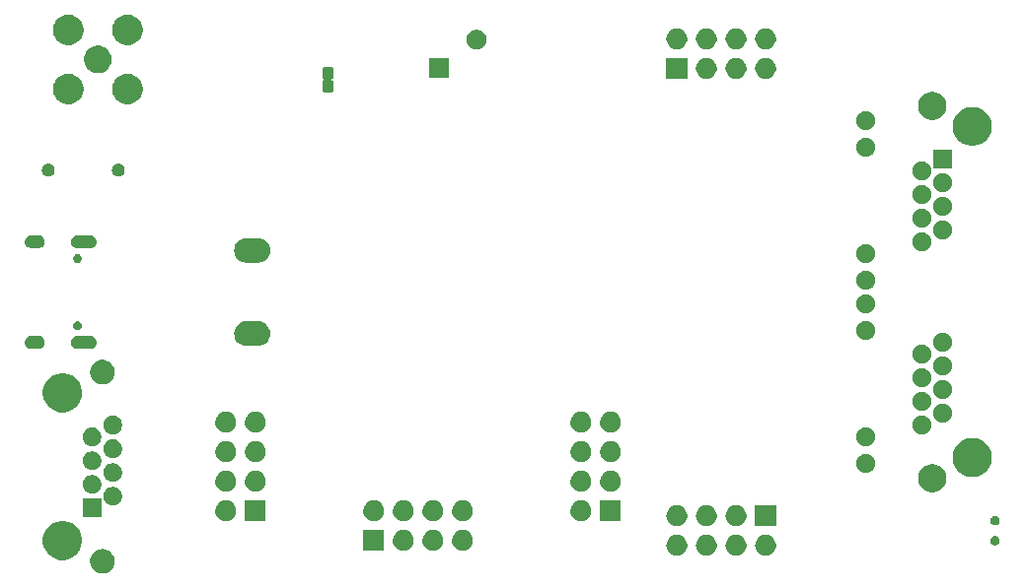
<source format=gbr>
G04 #@! TF.GenerationSoftware,KiCad,Pcbnew,5.1.5*
G04 #@! TF.CreationDate,2020-09-01T20:45:35+02:00*
G04 #@! TF.ProjectId,icE1usb,69634531-7573-4622-9e6b-696361645f70,1.0*
G04 #@! TF.SameCoordinates,Original*
G04 #@! TF.FileFunction,Soldermask,Bot*
G04 #@! TF.FilePolarity,Negative*
%FSLAX46Y46*%
G04 Gerber Fmt 4.6, Leading zero omitted, Abs format (unit mm)*
G04 Created by KiCad (PCBNEW 5.1.5) date 2020-09-01 20:45:35*
%MOMM*%
%LPD*%
G04 APERTURE LIST*
%ADD10C,0.150000*%
%ADD11C,0.100000*%
G04 APERTURE END LIST*
D10*
G36*
X-16500000Y18300000D02*
G01*
X-16500000Y18200000D01*
X-16000000Y18200000D01*
X-16000000Y18300000D01*
X-16500000Y18300000D01*
G37*
X-16500000Y18300000D02*
X-16500000Y18200000D01*
X-16000000Y18200000D01*
X-16000000Y18300000D01*
X-16500000Y18300000D01*
D11*
G36*
X-35438965Y-22103450D02*
G01*
X-35303726Y-22130350D01*
X-35112638Y-22209502D01*
X-34940664Y-22324411D01*
X-34794411Y-22470664D01*
X-34679502Y-22642638D01*
X-34600350Y-22833726D01*
X-34560000Y-23036584D01*
X-34560000Y-23243416D01*
X-34600350Y-23446274D01*
X-34679502Y-23637362D01*
X-34794411Y-23809336D01*
X-34940664Y-23955589D01*
X-35112638Y-24070498D01*
X-35303726Y-24149650D01*
X-35438965Y-24176550D01*
X-35506582Y-24190000D01*
X-35713418Y-24190000D01*
X-35781035Y-24176550D01*
X-35916274Y-24149650D01*
X-36107362Y-24070498D01*
X-36279336Y-23955589D01*
X-36425589Y-23809336D01*
X-36540498Y-23637362D01*
X-36619650Y-23446274D01*
X-36660000Y-23243416D01*
X-36660000Y-23036584D01*
X-36619650Y-22833726D01*
X-36540498Y-22642638D01*
X-36425589Y-22470664D01*
X-36279336Y-22324411D01*
X-36107362Y-22209502D01*
X-35916274Y-22130350D01*
X-35781035Y-22103450D01*
X-35713418Y-22090000D01*
X-35506582Y-22090000D01*
X-35438965Y-22103450D01*
G37*
G36*
X-38551424Y-19749368D02*
G01*
X-38551423Y-19749368D01*
X-38551420Y-19749369D01*
X-38246590Y-19875634D01*
X-37972249Y-20058942D01*
X-37738942Y-20292249D01*
X-37555634Y-20566590D01*
X-37429369Y-20871420D01*
X-37429368Y-20871423D01*
X-37429368Y-20871424D01*
X-37365000Y-21195025D01*
X-37365000Y-21524975D01*
X-37414994Y-21776313D01*
X-37429369Y-21848580D01*
X-37555634Y-22153410D01*
X-37738942Y-22427751D01*
X-37972249Y-22661058D01*
X-38246590Y-22844366D01*
X-38551420Y-22970631D01*
X-38551423Y-22970632D01*
X-38551424Y-22970632D01*
X-38875025Y-23035000D01*
X-39204975Y-23035000D01*
X-39528576Y-22970632D01*
X-39528577Y-22970632D01*
X-39528580Y-22970631D01*
X-39833410Y-22844366D01*
X-40107751Y-22661058D01*
X-40341058Y-22427751D01*
X-40524366Y-22153410D01*
X-40650631Y-21848580D01*
X-40665006Y-21776313D01*
X-40715000Y-21524975D01*
X-40715000Y-21195025D01*
X-40650632Y-20871424D01*
X-40650632Y-20871423D01*
X-40650631Y-20871420D01*
X-40524366Y-20566590D01*
X-40341058Y-20292249D01*
X-40107751Y-20058942D01*
X-39833410Y-19875634D01*
X-39528580Y-19749369D01*
X-39528577Y-19749368D01*
X-39528576Y-19749368D01*
X-39204975Y-19685000D01*
X-38875025Y-19685000D01*
X-38551424Y-19749368D01*
G37*
G36*
X18933161Y-20884823D02*
G01*
X19032520Y-20904586D01*
X19196310Y-20972430D01*
X19343717Y-21070924D01*
X19469076Y-21196283D01*
X19567570Y-21343690D01*
X19635414Y-21507480D01*
X19655177Y-21606839D01*
X19670000Y-21681355D01*
X19670000Y-21858645D01*
X19657057Y-21923714D01*
X19635414Y-22032520D01*
X19567570Y-22196310D01*
X19469076Y-22343717D01*
X19343717Y-22469076D01*
X19196310Y-22567570D01*
X19032520Y-22635414D01*
X18933161Y-22655177D01*
X18858645Y-22670000D01*
X18681355Y-22670000D01*
X18606839Y-22655177D01*
X18507480Y-22635414D01*
X18343690Y-22567570D01*
X18196283Y-22469076D01*
X18070924Y-22343717D01*
X17972430Y-22196310D01*
X17904586Y-22032520D01*
X17882943Y-21923714D01*
X17870000Y-21858645D01*
X17870000Y-21681355D01*
X17884823Y-21606839D01*
X17904586Y-21507480D01*
X17972430Y-21343690D01*
X18070924Y-21196283D01*
X18196283Y-21070924D01*
X18343690Y-20972430D01*
X18507480Y-20904586D01*
X18606839Y-20884823D01*
X18681355Y-20870000D01*
X18858645Y-20870000D01*
X18933161Y-20884823D01*
G37*
G36*
X13853161Y-20884823D02*
G01*
X13952520Y-20904586D01*
X14116310Y-20972430D01*
X14263717Y-21070924D01*
X14389076Y-21196283D01*
X14487570Y-21343690D01*
X14555414Y-21507480D01*
X14575177Y-21606839D01*
X14590000Y-21681355D01*
X14590000Y-21858645D01*
X14577057Y-21923714D01*
X14555414Y-22032520D01*
X14487570Y-22196310D01*
X14389076Y-22343717D01*
X14263717Y-22469076D01*
X14116310Y-22567570D01*
X13952520Y-22635414D01*
X13853161Y-22655177D01*
X13778645Y-22670000D01*
X13601355Y-22670000D01*
X13526839Y-22655177D01*
X13427480Y-22635414D01*
X13263690Y-22567570D01*
X13116283Y-22469076D01*
X12990924Y-22343717D01*
X12892430Y-22196310D01*
X12824586Y-22032520D01*
X12802943Y-21923714D01*
X12790000Y-21858645D01*
X12790000Y-21681355D01*
X12804823Y-21606839D01*
X12824586Y-21507480D01*
X12892430Y-21343690D01*
X12990924Y-21196283D01*
X13116283Y-21070924D01*
X13263690Y-20972430D01*
X13427480Y-20904586D01*
X13526839Y-20884823D01*
X13601355Y-20870000D01*
X13778645Y-20870000D01*
X13853161Y-20884823D01*
G37*
G36*
X21473161Y-20884823D02*
G01*
X21572520Y-20904586D01*
X21736310Y-20972430D01*
X21883717Y-21070924D01*
X22009076Y-21196283D01*
X22107570Y-21343690D01*
X22175414Y-21507480D01*
X22195177Y-21606839D01*
X22210000Y-21681355D01*
X22210000Y-21858645D01*
X22197057Y-21923714D01*
X22175414Y-22032520D01*
X22107570Y-22196310D01*
X22009076Y-22343717D01*
X21883717Y-22469076D01*
X21736310Y-22567570D01*
X21572520Y-22635414D01*
X21473161Y-22655177D01*
X21398645Y-22670000D01*
X21221355Y-22670000D01*
X21146839Y-22655177D01*
X21047480Y-22635414D01*
X20883690Y-22567570D01*
X20736283Y-22469076D01*
X20610924Y-22343717D01*
X20512430Y-22196310D01*
X20444586Y-22032520D01*
X20422943Y-21923714D01*
X20410000Y-21858645D01*
X20410000Y-21681355D01*
X20424823Y-21606839D01*
X20444586Y-21507480D01*
X20512430Y-21343690D01*
X20610924Y-21196283D01*
X20736283Y-21070924D01*
X20883690Y-20972430D01*
X21047480Y-20904586D01*
X21146839Y-20884823D01*
X21221355Y-20870000D01*
X21398645Y-20870000D01*
X21473161Y-20884823D01*
G37*
G36*
X16393161Y-20884823D02*
G01*
X16492520Y-20904586D01*
X16656310Y-20972430D01*
X16803717Y-21070924D01*
X16929076Y-21196283D01*
X17027570Y-21343690D01*
X17095414Y-21507480D01*
X17115177Y-21606839D01*
X17130000Y-21681355D01*
X17130000Y-21858645D01*
X17117057Y-21923714D01*
X17095414Y-22032520D01*
X17027570Y-22196310D01*
X16929076Y-22343717D01*
X16803717Y-22469076D01*
X16656310Y-22567570D01*
X16492520Y-22635414D01*
X16393161Y-22655177D01*
X16318645Y-22670000D01*
X16141355Y-22670000D01*
X16066839Y-22655177D01*
X15967480Y-22635414D01*
X15803690Y-22567570D01*
X15656283Y-22469076D01*
X15530924Y-22343717D01*
X15432430Y-22196310D01*
X15364586Y-22032520D01*
X15342943Y-21923714D01*
X15330000Y-21858645D01*
X15330000Y-21681355D01*
X15344823Y-21606839D01*
X15364586Y-21507480D01*
X15432430Y-21343690D01*
X15530924Y-21196283D01*
X15656283Y-21070924D01*
X15803690Y-20972430D01*
X15967480Y-20904586D01*
X16066839Y-20884823D01*
X16141355Y-20870000D01*
X16318645Y-20870000D01*
X16393161Y-20884823D01*
G37*
G36*
X-11420000Y-22250000D02*
G01*
X-13220000Y-22250000D01*
X-13220000Y-20450000D01*
X-11420000Y-20450000D01*
X-11420000Y-22250000D01*
G37*
G36*
X-4536839Y-20464823D02*
G01*
X-4437480Y-20484586D01*
X-4273690Y-20552430D01*
X-4126283Y-20650924D01*
X-4000924Y-20776283D01*
X-3902430Y-20923690D01*
X-3834586Y-21087480D01*
X-3829109Y-21115016D01*
X-3800000Y-21261355D01*
X-3800000Y-21438645D01*
X-3813693Y-21507484D01*
X-3834586Y-21612520D01*
X-3902430Y-21776310D01*
X-4000924Y-21923717D01*
X-4126283Y-22049076D01*
X-4273690Y-22147570D01*
X-4437480Y-22215414D01*
X-4536839Y-22235177D01*
X-4611355Y-22250000D01*
X-4788645Y-22250000D01*
X-4863161Y-22235177D01*
X-4962520Y-22215414D01*
X-5126310Y-22147570D01*
X-5273717Y-22049076D01*
X-5399076Y-21923717D01*
X-5497570Y-21776310D01*
X-5565414Y-21612520D01*
X-5586307Y-21507484D01*
X-5600000Y-21438645D01*
X-5600000Y-21261355D01*
X-5570891Y-21115016D01*
X-5565414Y-21087480D01*
X-5497570Y-20923690D01*
X-5399076Y-20776283D01*
X-5273717Y-20650924D01*
X-5126310Y-20552430D01*
X-4962520Y-20484586D01*
X-4863161Y-20464823D01*
X-4788645Y-20450000D01*
X-4611355Y-20450000D01*
X-4536839Y-20464823D01*
G37*
G36*
X-7076839Y-20464823D02*
G01*
X-6977480Y-20484586D01*
X-6813690Y-20552430D01*
X-6666283Y-20650924D01*
X-6540924Y-20776283D01*
X-6442430Y-20923690D01*
X-6374586Y-21087480D01*
X-6369109Y-21115016D01*
X-6340000Y-21261355D01*
X-6340000Y-21438645D01*
X-6353693Y-21507484D01*
X-6374586Y-21612520D01*
X-6442430Y-21776310D01*
X-6540924Y-21923717D01*
X-6666283Y-22049076D01*
X-6813690Y-22147570D01*
X-6977480Y-22215414D01*
X-7076839Y-22235177D01*
X-7151355Y-22250000D01*
X-7328645Y-22250000D01*
X-7403161Y-22235177D01*
X-7502520Y-22215414D01*
X-7666310Y-22147570D01*
X-7813717Y-22049076D01*
X-7939076Y-21923717D01*
X-8037570Y-21776310D01*
X-8105414Y-21612520D01*
X-8126307Y-21507484D01*
X-8140000Y-21438645D01*
X-8140000Y-21261355D01*
X-8110891Y-21115016D01*
X-8105414Y-21087480D01*
X-8037570Y-20923690D01*
X-7939076Y-20776283D01*
X-7813717Y-20650924D01*
X-7666310Y-20552430D01*
X-7502520Y-20484586D01*
X-7403161Y-20464823D01*
X-7328645Y-20450000D01*
X-7151355Y-20450000D01*
X-7076839Y-20464823D01*
G37*
G36*
X-9616839Y-20464823D02*
G01*
X-9517480Y-20484586D01*
X-9353690Y-20552430D01*
X-9206283Y-20650924D01*
X-9080924Y-20776283D01*
X-8982430Y-20923690D01*
X-8914586Y-21087480D01*
X-8909109Y-21115016D01*
X-8880000Y-21261355D01*
X-8880000Y-21438645D01*
X-8893693Y-21507484D01*
X-8914586Y-21612520D01*
X-8982430Y-21776310D01*
X-9080924Y-21923717D01*
X-9206283Y-22049076D01*
X-9353690Y-22147570D01*
X-9517480Y-22215414D01*
X-9616839Y-22235177D01*
X-9691355Y-22250000D01*
X-9868645Y-22250000D01*
X-9943161Y-22235177D01*
X-10042520Y-22215414D01*
X-10206310Y-22147570D01*
X-10353717Y-22049076D01*
X-10479076Y-21923717D01*
X-10577570Y-21776310D01*
X-10645414Y-21612520D01*
X-10666307Y-21507484D01*
X-10680000Y-21438645D01*
X-10680000Y-21261355D01*
X-10650891Y-21115016D01*
X-10645414Y-21087480D01*
X-10577570Y-20923690D01*
X-10479076Y-20776283D01*
X-10353717Y-20650924D01*
X-10206310Y-20552430D01*
X-10042520Y-20484586D01*
X-9943161Y-20464823D01*
X-9868645Y-20450000D01*
X-9691355Y-20450000D01*
X-9616839Y-20464823D01*
G37*
G36*
X41116673Y-20985371D02*
G01*
X41116675Y-20985372D01*
X41116676Y-20985372D01*
X41143566Y-20996510D01*
X41189472Y-21015525D01*
X41254984Y-21059299D01*
X41310701Y-21115016D01*
X41354475Y-21180528D01*
X41384629Y-21253327D01*
X41400000Y-21330601D01*
X41400000Y-21409399D01*
X41384629Y-21486673D01*
X41354475Y-21559472D01*
X41310701Y-21624984D01*
X41254984Y-21680701D01*
X41189472Y-21724475D01*
X41143566Y-21743490D01*
X41116676Y-21754628D01*
X41116675Y-21754628D01*
X41116673Y-21754629D01*
X41039399Y-21770000D01*
X40960601Y-21770000D01*
X40883327Y-21754629D01*
X40883325Y-21754628D01*
X40883324Y-21754628D01*
X40856434Y-21743490D01*
X40810528Y-21724475D01*
X40745016Y-21680701D01*
X40689299Y-21624984D01*
X40645525Y-21559472D01*
X40615371Y-21486673D01*
X40600000Y-21409399D01*
X40600000Y-21330601D01*
X40615371Y-21253327D01*
X40645525Y-21180528D01*
X40689299Y-21115016D01*
X40745016Y-21059299D01*
X40810528Y-21015525D01*
X40856434Y-20996510D01*
X40883324Y-20985372D01*
X40883325Y-20985372D01*
X40883327Y-20985371D01*
X40960601Y-20970000D01*
X41039399Y-20970000D01*
X41116673Y-20985371D01*
G37*
G36*
X22210000Y-20130000D02*
G01*
X20410000Y-20130000D01*
X20410000Y-18330000D01*
X22210000Y-18330000D01*
X22210000Y-20130000D01*
G37*
G36*
X18933161Y-18344823D02*
G01*
X19032520Y-18364586D01*
X19196310Y-18432430D01*
X19343717Y-18530924D01*
X19469076Y-18656283D01*
X19567570Y-18803690D01*
X19635414Y-18967480D01*
X19655177Y-19066839D01*
X19670000Y-19141355D01*
X19670000Y-19318645D01*
X19657057Y-19383714D01*
X19635414Y-19492520D01*
X19567570Y-19656310D01*
X19469076Y-19803717D01*
X19343717Y-19929076D01*
X19196310Y-20027570D01*
X19032520Y-20095414D01*
X18933161Y-20115177D01*
X18858645Y-20130000D01*
X18681355Y-20130000D01*
X18606839Y-20115177D01*
X18507480Y-20095414D01*
X18343690Y-20027570D01*
X18196283Y-19929076D01*
X18070924Y-19803717D01*
X17972430Y-19656310D01*
X17904586Y-19492520D01*
X17882943Y-19383714D01*
X17870000Y-19318645D01*
X17870000Y-19141355D01*
X17884823Y-19066839D01*
X17904586Y-18967480D01*
X17972430Y-18803690D01*
X18070924Y-18656283D01*
X18196283Y-18530924D01*
X18343690Y-18432430D01*
X18507480Y-18364586D01*
X18606839Y-18344823D01*
X18681355Y-18330000D01*
X18858645Y-18330000D01*
X18933161Y-18344823D01*
G37*
G36*
X16393161Y-18344823D02*
G01*
X16492520Y-18364586D01*
X16656310Y-18432430D01*
X16803717Y-18530924D01*
X16929076Y-18656283D01*
X17027570Y-18803690D01*
X17095414Y-18967480D01*
X17115177Y-19066839D01*
X17130000Y-19141355D01*
X17130000Y-19318645D01*
X17117057Y-19383714D01*
X17095414Y-19492520D01*
X17027570Y-19656310D01*
X16929076Y-19803717D01*
X16803717Y-19929076D01*
X16656310Y-20027570D01*
X16492520Y-20095414D01*
X16393161Y-20115177D01*
X16318645Y-20130000D01*
X16141355Y-20130000D01*
X16066839Y-20115177D01*
X15967480Y-20095414D01*
X15803690Y-20027570D01*
X15656283Y-19929076D01*
X15530924Y-19803717D01*
X15432430Y-19656310D01*
X15364586Y-19492520D01*
X15342943Y-19383714D01*
X15330000Y-19318645D01*
X15330000Y-19141355D01*
X15344823Y-19066839D01*
X15364586Y-18967480D01*
X15432430Y-18803690D01*
X15530924Y-18656283D01*
X15656283Y-18530924D01*
X15803690Y-18432430D01*
X15967480Y-18364586D01*
X16066839Y-18344823D01*
X16141355Y-18330000D01*
X16318645Y-18330000D01*
X16393161Y-18344823D01*
G37*
G36*
X13853161Y-18344823D02*
G01*
X13952520Y-18364586D01*
X14116310Y-18432430D01*
X14263717Y-18530924D01*
X14389076Y-18656283D01*
X14487570Y-18803690D01*
X14555414Y-18967480D01*
X14575177Y-19066839D01*
X14590000Y-19141355D01*
X14590000Y-19318645D01*
X14577057Y-19383714D01*
X14555414Y-19492520D01*
X14487570Y-19656310D01*
X14389076Y-19803717D01*
X14263717Y-19929076D01*
X14116310Y-20027570D01*
X13952520Y-20095414D01*
X13853161Y-20115177D01*
X13778645Y-20130000D01*
X13601355Y-20130000D01*
X13526839Y-20115177D01*
X13427480Y-20095414D01*
X13263690Y-20027570D01*
X13116283Y-19929076D01*
X12990924Y-19803717D01*
X12892430Y-19656310D01*
X12824586Y-19492520D01*
X12802943Y-19383714D01*
X12790000Y-19318645D01*
X12790000Y-19141355D01*
X12804823Y-19066839D01*
X12824586Y-18967480D01*
X12892430Y-18803690D01*
X12990924Y-18656283D01*
X13116283Y-18530924D01*
X13263690Y-18432430D01*
X13427480Y-18364586D01*
X13526839Y-18344823D01*
X13601355Y-18330000D01*
X13778645Y-18330000D01*
X13853161Y-18344823D01*
G37*
G36*
X41116673Y-19265371D02*
G01*
X41116675Y-19265372D01*
X41116676Y-19265372D01*
X41143566Y-19276510D01*
X41189472Y-19295525D01*
X41254984Y-19339299D01*
X41310701Y-19395016D01*
X41354475Y-19460528D01*
X41384629Y-19533327D01*
X41400000Y-19610601D01*
X41400000Y-19689399D01*
X41384629Y-19766673D01*
X41354475Y-19839472D01*
X41310701Y-19904984D01*
X41254984Y-19960701D01*
X41189472Y-20004475D01*
X41143566Y-20023490D01*
X41116676Y-20034628D01*
X41116675Y-20034628D01*
X41116673Y-20034629D01*
X41039399Y-20050000D01*
X40960601Y-20050000D01*
X40883327Y-20034629D01*
X40883325Y-20034628D01*
X40883324Y-20034628D01*
X40856434Y-20023490D01*
X40810528Y-20004475D01*
X40745016Y-19960701D01*
X40689299Y-19904984D01*
X40645525Y-19839472D01*
X40615371Y-19766673D01*
X40600000Y-19689399D01*
X40600000Y-19610601D01*
X40615371Y-19533327D01*
X40645525Y-19460528D01*
X40689299Y-19395016D01*
X40745016Y-19339299D01*
X40810528Y-19295525D01*
X40856434Y-19276510D01*
X40883324Y-19265372D01*
X40883325Y-19265372D01*
X40883327Y-19265371D01*
X40960601Y-19250000D01*
X41039399Y-19250000D01*
X41116673Y-19265371D01*
G37*
G36*
X-4536839Y-17924823D02*
G01*
X-4437480Y-17944586D01*
X-4273690Y-18012430D01*
X-4126283Y-18110924D01*
X-4000924Y-18236283D01*
X-3902430Y-18383690D01*
X-3834586Y-18547480D01*
X-3814823Y-18646839D01*
X-3800000Y-18721355D01*
X-3800000Y-18898645D01*
X-3813693Y-18967484D01*
X-3834586Y-19072520D01*
X-3902430Y-19236310D01*
X-4000924Y-19383717D01*
X-4126283Y-19509076D01*
X-4273690Y-19607570D01*
X-4437480Y-19675414D01*
X-4536839Y-19695177D01*
X-4611355Y-19710000D01*
X-4788645Y-19710000D01*
X-4863161Y-19695177D01*
X-4962520Y-19675414D01*
X-5126310Y-19607570D01*
X-5273717Y-19509076D01*
X-5399076Y-19383717D01*
X-5497570Y-19236310D01*
X-5565414Y-19072520D01*
X-5586307Y-18967484D01*
X-5600000Y-18898645D01*
X-5600000Y-18721355D01*
X-5585177Y-18646839D01*
X-5565414Y-18547480D01*
X-5497570Y-18383690D01*
X-5399076Y-18236283D01*
X-5273717Y-18110924D01*
X-5126310Y-18012430D01*
X-4962520Y-17944586D01*
X-4863161Y-17924823D01*
X-4788645Y-17910000D01*
X-4611355Y-17910000D01*
X-4536839Y-17924823D01*
G37*
G36*
X-21580000Y-19710000D02*
G01*
X-23380000Y-19710000D01*
X-23380000Y-17910000D01*
X-21580000Y-17910000D01*
X-21580000Y-19710000D01*
G37*
G36*
X5623161Y-17924823D02*
G01*
X5722520Y-17944586D01*
X5886310Y-18012430D01*
X6033717Y-18110924D01*
X6159076Y-18236283D01*
X6257570Y-18383690D01*
X6325414Y-18547480D01*
X6345177Y-18646839D01*
X6360000Y-18721355D01*
X6360000Y-18898645D01*
X6346307Y-18967484D01*
X6325414Y-19072520D01*
X6257570Y-19236310D01*
X6159076Y-19383717D01*
X6033717Y-19509076D01*
X5886310Y-19607570D01*
X5722520Y-19675414D01*
X5623161Y-19695177D01*
X5548645Y-19710000D01*
X5371355Y-19710000D01*
X5296839Y-19695177D01*
X5197480Y-19675414D01*
X5033690Y-19607570D01*
X4886283Y-19509076D01*
X4760924Y-19383717D01*
X4662430Y-19236310D01*
X4594586Y-19072520D01*
X4573693Y-18967484D01*
X4560000Y-18898645D01*
X4560000Y-18721355D01*
X4574823Y-18646839D01*
X4594586Y-18547480D01*
X4662430Y-18383690D01*
X4760924Y-18236283D01*
X4886283Y-18110924D01*
X5033690Y-18012430D01*
X5197480Y-17944586D01*
X5296839Y-17924823D01*
X5371355Y-17910000D01*
X5548645Y-17910000D01*
X5623161Y-17924823D01*
G37*
G36*
X8900000Y-19710000D02*
G01*
X7100000Y-19710000D01*
X7100000Y-17910000D01*
X8900000Y-17910000D01*
X8900000Y-19710000D01*
G37*
G36*
X-24856839Y-17924823D02*
G01*
X-24757480Y-17944586D01*
X-24593690Y-18012430D01*
X-24446283Y-18110924D01*
X-24320924Y-18236283D01*
X-24222430Y-18383690D01*
X-24154586Y-18547480D01*
X-24134823Y-18646839D01*
X-24120000Y-18721355D01*
X-24120000Y-18898645D01*
X-24133693Y-18967484D01*
X-24154586Y-19072520D01*
X-24222430Y-19236310D01*
X-24320924Y-19383717D01*
X-24446283Y-19509076D01*
X-24593690Y-19607570D01*
X-24757480Y-19675414D01*
X-24856839Y-19695177D01*
X-24931355Y-19710000D01*
X-25108645Y-19710000D01*
X-25183161Y-19695177D01*
X-25282520Y-19675414D01*
X-25446310Y-19607570D01*
X-25593717Y-19509076D01*
X-25719076Y-19383717D01*
X-25817570Y-19236310D01*
X-25885414Y-19072520D01*
X-25906307Y-18967484D01*
X-25920000Y-18898645D01*
X-25920000Y-18721355D01*
X-25905177Y-18646839D01*
X-25885414Y-18547480D01*
X-25817570Y-18383690D01*
X-25719076Y-18236283D01*
X-25593717Y-18110924D01*
X-25446310Y-18012430D01*
X-25282520Y-17944586D01*
X-25183161Y-17924823D01*
X-25108645Y-17910000D01*
X-24931355Y-17910000D01*
X-24856839Y-17924823D01*
G37*
G36*
X-12156839Y-17924823D02*
G01*
X-12057480Y-17944586D01*
X-11893690Y-18012430D01*
X-11746283Y-18110924D01*
X-11620924Y-18236283D01*
X-11522430Y-18383690D01*
X-11454586Y-18547480D01*
X-11434823Y-18646839D01*
X-11420000Y-18721355D01*
X-11420000Y-18898645D01*
X-11433693Y-18967484D01*
X-11454586Y-19072520D01*
X-11522430Y-19236310D01*
X-11620924Y-19383717D01*
X-11746283Y-19509076D01*
X-11893690Y-19607570D01*
X-12057480Y-19675414D01*
X-12156839Y-19695177D01*
X-12231355Y-19710000D01*
X-12408645Y-19710000D01*
X-12483161Y-19695177D01*
X-12582520Y-19675414D01*
X-12746310Y-19607570D01*
X-12893717Y-19509076D01*
X-13019076Y-19383717D01*
X-13117570Y-19236310D01*
X-13185414Y-19072520D01*
X-13206307Y-18967484D01*
X-13220000Y-18898645D01*
X-13220000Y-18721355D01*
X-13205177Y-18646839D01*
X-13185414Y-18547480D01*
X-13117570Y-18383690D01*
X-13019076Y-18236283D01*
X-12893717Y-18110924D01*
X-12746310Y-18012430D01*
X-12582520Y-17944586D01*
X-12483161Y-17924823D01*
X-12408645Y-17910000D01*
X-12231355Y-17910000D01*
X-12156839Y-17924823D01*
G37*
G36*
X-9616839Y-17924823D02*
G01*
X-9517480Y-17944586D01*
X-9353690Y-18012430D01*
X-9206283Y-18110924D01*
X-9080924Y-18236283D01*
X-8982430Y-18383690D01*
X-8914586Y-18547480D01*
X-8894823Y-18646839D01*
X-8880000Y-18721355D01*
X-8880000Y-18898645D01*
X-8893693Y-18967484D01*
X-8914586Y-19072520D01*
X-8982430Y-19236310D01*
X-9080924Y-19383717D01*
X-9206283Y-19509076D01*
X-9353690Y-19607570D01*
X-9517480Y-19675414D01*
X-9616839Y-19695177D01*
X-9691355Y-19710000D01*
X-9868645Y-19710000D01*
X-9943161Y-19695177D01*
X-10042520Y-19675414D01*
X-10206310Y-19607570D01*
X-10353717Y-19509076D01*
X-10479076Y-19383717D01*
X-10577570Y-19236310D01*
X-10645414Y-19072520D01*
X-10666307Y-18967484D01*
X-10680000Y-18898645D01*
X-10680000Y-18721355D01*
X-10665177Y-18646839D01*
X-10645414Y-18547480D01*
X-10577570Y-18383690D01*
X-10479076Y-18236283D01*
X-10353717Y-18110924D01*
X-10206310Y-18012430D01*
X-10042520Y-17944586D01*
X-9943161Y-17924823D01*
X-9868645Y-17910000D01*
X-9691355Y-17910000D01*
X-9616839Y-17924823D01*
G37*
G36*
X-7076839Y-17924823D02*
G01*
X-6977480Y-17944586D01*
X-6813690Y-18012430D01*
X-6666283Y-18110924D01*
X-6540924Y-18236283D01*
X-6442430Y-18383690D01*
X-6374586Y-18547480D01*
X-6354823Y-18646839D01*
X-6340000Y-18721355D01*
X-6340000Y-18898645D01*
X-6353693Y-18967484D01*
X-6374586Y-19072520D01*
X-6442430Y-19236310D01*
X-6540924Y-19383717D01*
X-6666283Y-19509076D01*
X-6813690Y-19607570D01*
X-6977480Y-19675414D01*
X-7076839Y-19695177D01*
X-7151355Y-19710000D01*
X-7328645Y-19710000D01*
X-7403161Y-19695177D01*
X-7502520Y-19675414D01*
X-7666310Y-19607570D01*
X-7813717Y-19509076D01*
X-7939076Y-19383717D01*
X-8037570Y-19236310D01*
X-8105414Y-19072520D01*
X-8126307Y-18967484D01*
X-8140000Y-18898645D01*
X-8140000Y-18721355D01*
X-8125177Y-18646839D01*
X-8105414Y-18547480D01*
X-8037570Y-18383690D01*
X-7939076Y-18236283D01*
X-7813717Y-18110924D01*
X-7666310Y-18012430D01*
X-7502520Y-17944586D01*
X-7403161Y-17924823D01*
X-7328645Y-17910000D01*
X-7151355Y-17910000D01*
X-7076839Y-17924823D01*
G37*
G36*
X-35700000Y-19370000D02*
G01*
X-37300000Y-19370000D01*
X-37300000Y-17770000D01*
X-35700000Y-17770000D01*
X-35700000Y-19370000D01*
G37*
G36*
X-34591169Y-16759953D02*
G01*
X-34486649Y-16780743D01*
X-34341058Y-16841049D01*
X-34210030Y-16928599D01*
X-34098599Y-17040030D01*
X-34011049Y-17171058D01*
X-33950743Y-17316649D01*
X-33920000Y-17471207D01*
X-33920000Y-17628793D01*
X-33950743Y-17783351D01*
X-34011049Y-17928942D01*
X-34098599Y-18059970D01*
X-34210030Y-18171401D01*
X-34341058Y-18258951D01*
X-34486649Y-18319257D01*
X-34589688Y-18339752D01*
X-34641205Y-18350000D01*
X-34798795Y-18350000D01*
X-34850312Y-18339752D01*
X-34953351Y-18319257D01*
X-35098942Y-18258951D01*
X-35229970Y-18171401D01*
X-35341401Y-18059970D01*
X-35428951Y-17928942D01*
X-35489257Y-17783351D01*
X-35520000Y-17628793D01*
X-35520000Y-17471207D01*
X-35489257Y-17316649D01*
X-35428951Y-17171058D01*
X-35341401Y-17040030D01*
X-35229970Y-16928599D01*
X-35098942Y-16841049D01*
X-34953351Y-16780743D01*
X-34848831Y-16759953D01*
X-34798795Y-16750000D01*
X-34641205Y-16750000D01*
X-34591169Y-16759953D01*
G37*
G36*
X-36369688Y-15740248D02*
G01*
X-36266649Y-15760743D01*
X-36121058Y-15821049D01*
X-35990030Y-15908599D01*
X-35878599Y-16020030D01*
X-35791049Y-16151058D01*
X-35730743Y-16296649D01*
X-35700000Y-16451207D01*
X-35700000Y-16608793D01*
X-35730743Y-16763351D01*
X-35791049Y-16908942D01*
X-35878599Y-17039970D01*
X-35990030Y-17151401D01*
X-36121058Y-17238951D01*
X-36266649Y-17299257D01*
X-36369688Y-17319752D01*
X-36421205Y-17330000D01*
X-36578795Y-17330000D01*
X-36630312Y-17319752D01*
X-36733351Y-17299257D01*
X-36878942Y-17238951D01*
X-37009970Y-17151401D01*
X-37121401Y-17039970D01*
X-37208951Y-16908942D01*
X-37269257Y-16763351D01*
X-37300000Y-16608793D01*
X-37300000Y-16451207D01*
X-37269257Y-16296649D01*
X-37208951Y-16151058D01*
X-37121401Y-16020030D01*
X-37009970Y-15908599D01*
X-36878942Y-15821049D01*
X-36733351Y-15760743D01*
X-36630312Y-15740248D01*
X-36578795Y-15730000D01*
X-36421205Y-15730000D01*
X-36369688Y-15740248D01*
G37*
G36*
X35960024Y-14841114D02*
G01*
X36178417Y-14931575D01*
X36374953Y-15062897D01*
X36542103Y-15230047D01*
X36673425Y-15426583D01*
X36763886Y-15644976D01*
X36810000Y-15876808D01*
X36810000Y-16113192D01*
X36763886Y-16345024D01*
X36673425Y-16563417D01*
X36542103Y-16759953D01*
X36374953Y-16927103D01*
X36178417Y-17058425D01*
X35960024Y-17148886D01*
X35728192Y-17195000D01*
X35491808Y-17195000D01*
X35259976Y-17148886D01*
X35041583Y-17058425D01*
X34845047Y-16927103D01*
X34677897Y-16759953D01*
X34546575Y-16563417D01*
X34456114Y-16345024D01*
X34410000Y-16113192D01*
X34410000Y-15876808D01*
X34456114Y-15644976D01*
X34546575Y-15426583D01*
X34677897Y-15230047D01*
X34845047Y-15062897D01*
X35041583Y-14931575D01*
X35259976Y-14841114D01*
X35491808Y-14795000D01*
X35728192Y-14795000D01*
X35960024Y-14841114D01*
G37*
G36*
X-24856839Y-15384823D02*
G01*
X-24757480Y-15404586D01*
X-24593690Y-15472430D01*
X-24446283Y-15570924D01*
X-24320924Y-15696283D01*
X-24222430Y-15843690D01*
X-24154586Y-16007480D01*
X-24134823Y-16106839D01*
X-24120000Y-16181355D01*
X-24120000Y-16358645D01*
X-24134823Y-16433161D01*
X-24154586Y-16532520D01*
X-24222430Y-16696310D01*
X-24320924Y-16843717D01*
X-24446283Y-16969076D01*
X-24593690Y-17067570D01*
X-24757480Y-17135414D01*
X-24856839Y-17155177D01*
X-24931355Y-17170000D01*
X-25108645Y-17170000D01*
X-25183161Y-17155177D01*
X-25282520Y-17135414D01*
X-25446310Y-17067570D01*
X-25593717Y-16969076D01*
X-25719076Y-16843717D01*
X-25817570Y-16696310D01*
X-25885414Y-16532520D01*
X-25905177Y-16433161D01*
X-25920000Y-16358645D01*
X-25920000Y-16181355D01*
X-25905177Y-16106839D01*
X-25885414Y-16007480D01*
X-25817570Y-15843690D01*
X-25719076Y-15696283D01*
X-25593717Y-15570924D01*
X-25446310Y-15472430D01*
X-25282520Y-15404586D01*
X-25183161Y-15384823D01*
X-25108645Y-15370000D01*
X-24931355Y-15370000D01*
X-24856839Y-15384823D01*
G37*
G36*
X5623161Y-15384823D02*
G01*
X5722520Y-15404586D01*
X5886310Y-15472430D01*
X6033717Y-15570924D01*
X6159076Y-15696283D01*
X6257570Y-15843690D01*
X6325414Y-16007480D01*
X6345177Y-16106839D01*
X6360000Y-16181355D01*
X6360000Y-16358645D01*
X6345177Y-16433161D01*
X6325414Y-16532520D01*
X6257570Y-16696310D01*
X6159076Y-16843717D01*
X6033717Y-16969076D01*
X5886310Y-17067570D01*
X5722520Y-17135414D01*
X5623161Y-17155177D01*
X5548645Y-17170000D01*
X5371355Y-17170000D01*
X5296839Y-17155177D01*
X5197480Y-17135414D01*
X5033690Y-17067570D01*
X4886283Y-16969076D01*
X4760924Y-16843717D01*
X4662430Y-16696310D01*
X4594586Y-16532520D01*
X4574823Y-16433161D01*
X4560000Y-16358645D01*
X4560000Y-16181355D01*
X4574823Y-16106839D01*
X4594586Y-16007480D01*
X4662430Y-15843690D01*
X4760924Y-15696283D01*
X4886283Y-15570924D01*
X5033690Y-15472430D01*
X5197480Y-15404586D01*
X5296839Y-15384823D01*
X5371355Y-15370000D01*
X5548645Y-15370000D01*
X5623161Y-15384823D01*
G37*
G36*
X8163161Y-15384823D02*
G01*
X8262520Y-15404586D01*
X8426310Y-15472430D01*
X8573717Y-15570924D01*
X8699076Y-15696283D01*
X8797570Y-15843690D01*
X8865414Y-16007480D01*
X8885177Y-16106839D01*
X8900000Y-16181355D01*
X8900000Y-16358645D01*
X8885177Y-16433161D01*
X8865414Y-16532520D01*
X8797570Y-16696310D01*
X8699076Y-16843717D01*
X8573717Y-16969076D01*
X8426310Y-17067570D01*
X8262520Y-17135414D01*
X8163161Y-17155177D01*
X8088645Y-17170000D01*
X7911355Y-17170000D01*
X7836839Y-17155177D01*
X7737480Y-17135414D01*
X7573690Y-17067570D01*
X7426283Y-16969076D01*
X7300924Y-16843717D01*
X7202430Y-16696310D01*
X7134586Y-16532520D01*
X7114823Y-16433161D01*
X7100000Y-16358645D01*
X7100000Y-16181355D01*
X7114823Y-16106839D01*
X7134586Y-16007480D01*
X7202430Y-15843690D01*
X7300924Y-15696283D01*
X7426283Y-15570924D01*
X7573690Y-15472430D01*
X7737480Y-15404586D01*
X7836839Y-15384823D01*
X7911355Y-15370000D01*
X8088645Y-15370000D01*
X8163161Y-15384823D01*
G37*
G36*
X-22316839Y-15384823D02*
G01*
X-22217480Y-15404586D01*
X-22053690Y-15472430D01*
X-21906283Y-15570924D01*
X-21780924Y-15696283D01*
X-21682430Y-15843690D01*
X-21614586Y-16007480D01*
X-21594823Y-16106839D01*
X-21580000Y-16181355D01*
X-21580000Y-16358645D01*
X-21594823Y-16433161D01*
X-21614586Y-16532520D01*
X-21682430Y-16696310D01*
X-21780924Y-16843717D01*
X-21906283Y-16969076D01*
X-22053690Y-17067570D01*
X-22217480Y-17135414D01*
X-22316839Y-17155177D01*
X-22391355Y-17170000D01*
X-22568645Y-17170000D01*
X-22643161Y-17155177D01*
X-22742520Y-17135414D01*
X-22906310Y-17067570D01*
X-23053717Y-16969076D01*
X-23179076Y-16843717D01*
X-23277570Y-16696310D01*
X-23345414Y-16532520D01*
X-23365177Y-16433161D01*
X-23380000Y-16358645D01*
X-23380000Y-16181355D01*
X-23365177Y-16106839D01*
X-23345414Y-16007480D01*
X-23277570Y-15843690D01*
X-23179076Y-15696283D01*
X-23053717Y-15570924D01*
X-22906310Y-15472430D01*
X-22742520Y-15404586D01*
X-22643161Y-15384823D01*
X-22568645Y-15370000D01*
X-22391355Y-15370000D01*
X-22316839Y-15384823D01*
G37*
G36*
X-34589688Y-14720248D02*
G01*
X-34486649Y-14740743D01*
X-34341058Y-14801049D01*
X-34210030Y-14888599D01*
X-34098599Y-15000030D01*
X-34011049Y-15131058D01*
X-33950743Y-15276649D01*
X-33934880Y-15356401D01*
X-33920919Y-15426583D01*
X-33920000Y-15431207D01*
X-33920000Y-15588793D01*
X-33950743Y-15743351D01*
X-34011049Y-15888942D01*
X-34098599Y-16019970D01*
X-34210030Y-16131401D01*
X-34341058Y-16218951D01*
X-34486649Y-16279257D01*
X-34589688Y-16299752D01*
X-34641205Y-16310000D01*
X-34798795Y-16310000D01*
X-34850312Y-16299752D01*
X-34953351Y-16279257D01*
X-35098942Y-16218951D01*
X-35229970Y-16131401D01*
X-35341401Y-16019970D01*
X-35428951Y-15888942D01*
X-35489257Y-15743351D01*
X-35520000Y-15588793D01*
X-35520000Y-15431207D01*
X-35519080Y-15426583D01*
X-35505120Y-15356401D01*
X-35489257Y-15276649D01*
X-35428951Y-15131058D01*
X-35341401Y-15000030D01*
X-35229970Y-14888599D01*
X-35098942Y-14801049D01*
X-34953351Y-14740743D01*
X-34850312Y-14720248D01*
X-34798795Y-14710000D01*
X-34641205Y-14710000D01*
X-34589688Y-14720248D01*
G37*
G36*
X39528576Y-12614368D02*
G01*
X39528577Y-12614368D01*
X39528580Y-12614369D01*
X39833410Y-12740634D01*
X40107751Y-12923942D01*
X40341058Y-13157249D01*
X40524366Y-13431590D01*
X40650631Y-13736420D01*
X40650632Y-13736423D01*
X40650632Y-13736424D01*
X40715000Y-14060025D01*
X40715000Y-14389975D01*
X40674136Y-14595414D01*
X40650631Y-14713580D01*
X40524366Y-15018410D01*
X40341058Y-15292751D01*
X40107751Y-15526058D01*
X39833410Y-15709366D01*
X39528580Y-15835631D01*
X39528577Y-15835632D01*
X39528576Y-15835632D01*
X39204975Y-15900000D01*
X38875025Y-15900000D01*
X38551424Y-15835632D01*
X38551423Y-15835632D01*
X38551420Y-15835631D01*
X38246590Y-15709366D01*
X37972249Y-15526058D01*
X37738942Y-15292751D01*
X37555634Y-15018410D01*
X37429369Y-14713580D01*
X37405864Y-14595414D01*
X37365000Y-14389975D01*
X37365000Y-14060025D01*
X37429368Y-13736424D01*
X37429368Y-13736423D01*
X37429369Y-13736420D01*
X37555634Y-13431590D01*
X37738942Y-13157249D01*
X37972249Y-12923942D01*
X38246590Y-12740634D01*
X38551420Y-12614369D01*
X38551423Y-12614368D01*
X38551424Y-12614368D01*
X38875025Y-12550000D01*
X39204975Y-12550000D01*
X39528576Y-12614368D01*
G37*
G36*
X30030312Y-13945248D02*
G01*
X30133351Y-13965743D01*
X30278942Y-14026049D01*
X30409970Y-14113599D01*
X30521401Y-14225030D01*
X30608951Y-14356058D01*
X30669257Y-14501649D01*
X30700000Y-14656207D01*
X30700000Y-14813793D01*
X30669257Y-14968351D01*
X30608951Y-15113942D01*
X30521401Y-15244970D01*
X30409970Y-15356401D01*
X30278942Y-15443951D01*
X30133351Y-15504257D01*
X30030312Y-15524752D01*
X29978795Y-15535000D01*
X29821205Y-15535000D01*
X29769688Y-15524752D01*
X29666649Y-15504257D01*
X29521058Y-15443951D01*
X29390030Y-15356401D01*
X29278599Y-15244970D01*
X29191049Y-15113942D01*
X29130743Y-14968351D01*
X29100000Y-14813793D01*
X29100000Y-14656207D01*
X29130743Y-14501649D01*
X29191049Y-14356058D01*
X29278599Y-14225030D01*
X29390030Y-14113599D01*
X29521058Y-14026049D01*
X29666649Y-13965743D01*
X29769688Y-13945248D01*
X29821205Y-13935000D01*
X29978795Y-13935000D01*
X30030312Y-13945248D01*
G37*
G36*
X-36369688Y-13700248D02*
G01*
X-36266649Y-13720743D01*
X-36121058Y-13781049D01*
X-35990030Y-13868599D01*
X-35878599Y-13980030D01*
X-35791049Y-14111058D01*
X-35730743Y-14256649D01*
X-35721381Y-14303717D01*
X-35704223Y-14389973D01*
X-35700000Y-14411207D01*
X-35700000Y-14568793D01*
X-35730743Y-14723351D01*
X-35791049Y-14868942D01*
X-35878599Y-14999970D01*
X-35990030Y-15111401D01*
X-36121058Y-15198951D01*
X-36266649Y-15259257D01*
X-36369688Y-15279752D01*
X-36421205Y-15290000D01*
X-36578795Y-15290000D01*
X-36630312Y-15279752D01*
X-36733351Y-15259257D01*
X-36878942Y-15198951D01*
X-37009970Y-15111401D01*
X-37121401Y-14999970D01*
X-37208951Y-14868942D01*
X-37269257Y-14723351D01*
X-37300000Y-14568793D01*
X-37300000Y-14411207D01*
X-37295776Y-14389973D01*
X-37278619Y-14303717D01*
X-37269257Y-14256649D01*
X-37208951Y-14111058D01*
X-37121401Y-13980030D01*
X-37009970Y-13868599D01*
X-36878942Y-13781049D01*
X-36733351Y-13720743D01*
X-36630312Y-13700248D01*
X-36578795Y-13690000D01*
X-36421205Y-13690000D01*
X-36369688Y-13700248D01*
G37*
G36*
X-24856839Y-12844823D02*
G01*
X-24757480Y-12864586D01*
X-24593690Y-12932430D01*
X-24446283Y-13030924D01*
X-24320924Y-13156283D01*
X-24222430Y-13303690D01*
X-24154586Y-13467480D01*
X-24138412Y-13548793D01*
X-24120000Y-13641355D01*
X-24120000Y-13818645D01*
X-24129937Y-13868599D01*
X-24154586Y-13992520D01*
X-24222430Y-14156310D01*
X-24320924Y-14303717D01*
X-24446283Y-14429076D01*
X-24593690Y-14527570D01*
X-24757480Y-14595414D01*
X-24856839Y-14615177D01*
X-24931355Y-14630000D01*
X-25108645Y-14630000D01*
X-25183161Y-14615177D01*
X-25282520Y-14595414D01*
X-25446310Y-14527570D01*
X-25593717Y-14429076D01*
X-25719076Y-14303717D01*
X-25817570Y-14156310D01*
X-25885414Y-13992520D01*
X-25910063Y-13868599D01*
X-25920000Y-13818645D01*
X-25920000Y-13641355D01*
X-25901588Y-13548793D01*
X-25885414Y-13467480D01*
X-25817570Y-13303690D01*
X-25719076Y-13156283D01*
X-25593717Y-13030924D01*
X-25446310Y-12932430D01*
X-25282520Y-12864586D01*
X-25183161Y-12844823D01*
X-25108645Y-12830000D01*
X-24931355Y-12830000D01*
X-24856839Y-12844823D01*
G37*
G36*
X8163161Y-12844823D02*
G01*
X8262520Y-12864586D01*
X8426310Y-12932430D01*
X8573717Y-13030924D01*
X8699076Y-13156283D01*
X8797570Y-13303690D01*
X8865414Y-13467480D01*
X8881588Y-13548793D01*
X8900000Y-13641355D01*
X8900000Y-13818645D01*
X8890063Y-13868599D01*
X8865414Y-13992520D01*
X8797570Y-14156310D01*
X8699076Y-14303717D01*
X8573717Y-14429076D01*
X8426310Y-14527570D01*
X8262520Y-14595414D01*
X8163161Y-14615177D01*
X8088645Y-14630000D01*
X7911355Y-14630000D01*
X7836839Y-14615177D01*
X7737480Y-14595414D01*
X7573690Y-14527570D01*
X7426283Y-14429076D01*
X7300924Y-14303717D01*
X7202430Y-14156310D01*
X7134586Y-13992520D01*
X7109937Y-13868599D01*
X7100000Y-13818645D01*
X7100000Y-13641355D01*
X7118412Y-13548793D01*
X7134586Y-13467480D01*
X7202430Y-13303690D01*
X7300924Y-13156283D01*
X7426283Y-13030924D01*
X7573690Y-12932430D01*
X7737480Y-12864586D01*
X7836839Y-12844823D01*
X7911355Y-12830000D01*
X8088645Y-12830000D01*
X8163161Y-12844823D01*
G37*
G36*
X-22316839Y-12844823D02*
G01*
X-22217480Y-12864586D01*
X-22053690Y-12932430D01*
X-21906283Y-13030924D01*
X-21780924Y-13156283D01*
X-21682430Y-13303690D01*
X-21614586Y-13467480D01*
X-21598412Y-13548793D01*
X-21580000Y-13641355D01*
X-21580000Y-13818645D01*
X-21589937Y-13868599D01*
X-21614586Y-13992520D01*
X-21682430Y-14156310D01*
X-21780924Y-14303717D01*
X-21906283Y-14429076D01*
X-22053690Y-14527570D01*
X-22217480Y-14595414D01*
X-22316839Y-14615177D01*
X-22391355Y-14630000D01*
X-22568645Y-14630000D01*
X-22643161Y-14615177D01*
X-22742520Y-14595414D01*
X-22906310Y-14527570D01*
X-23053717Y-14429076D01*
X-23179076Y-14303717D01*
X-23277570Y-14156310D01*
X-23345414Y-13992520D01*
X-23370063Y-13868599D01*
X-23380000Y-13818645D01*
X-23380000Y-13641355D01*
X-23361588Y-13548793D01*
X-23345414Y-13467480D01*
X-23277570Y-13303690D01*
X-23179076Y-13156283D01*
X-23053717Y-13030924D01*
X-22906310Y-12932430D01*
X-22742520Y-12864586D01*
X-22643161Y-12844823D01*
X-22568645Y-12830000D01*
X-22391355Y-12830000D01*
X-22316839Y-12844823D01*
G37*
G36*
X5623161Y-12844823D02*
G01*
X5722520Y-12864586D01*
X5886310Y-12932430D01*
X6033717Y-13030924D01*
X6159076Y-13156283D01*
X6257570Y-13303690D01*
X6325414Y-13467480D01*
X6341588Y-13548793D01*
X6360000Y-13641355D01*
X6360000Y-13818645D01*
X6350063Y-13868599D01*
X6325414Y-13992520D01*
X6257570Y-14156310D01*
X6159076Y-14303717D01*
X6033717Y-14429076D01*
X5886310Y-14527570D01*
X5722520Y-14595414D01*
X5623161Y-14615177D01*
X5548645Y-14630000D01*
X5371355Y-14630000D01*
X5296839Y-14615177D01*
X5197480Y-14595414D01*
X5033690Y-14527570D01*
X4886283Y-14429076D01*
X4760924Y-14303717D01*
X4662430Y-14156310D01*
X4594586Y-13992520D01*
X4569937Y-13868599D01*
X4560000Y-13818645D01*
X4560000Y-13641355D01*
X4578412Y-13548793D01*
X4594586Y-13467480D01*
X4662430Y-13303690D01*
X4760924Y-13156283D01*
X4886283Y-13030924D01*
X5033690Y-12932430D01*
X5197480Y-12864586D01*
X5296839Y-12844823D01*
X5371355Y-12830000D01*
X5548645Y-12830000D01*
X5623161Y-12844823D01*
G37*
G36*
X-34599243Y-12678347D02*
G01*
X-34486649Y-12700743D01*
X-34341058Y-12761049D01*
X-34210030Y-12848599D01*
X-34098599Y-12960030D01*
X-34011049Y-13091058D01*
X-33950743Y-13236649D01*
X-33920000Y-13391207D01*
X-33920000Y-13548793D01*
X-33950743Y-13703351D01*
X-34011049Y-13848942D01*
X-34098599Y-13979970D01*
X-34210030Y-14091401D01*
X-34341058Y-14178951D01*
X-34486649Y-14239257D01*
X-34589688Y-14259752D01*
X-34641205Y-14270000D01*
X-34798795Y-14270000D01*
X-34850312Y-14259752D01*
X-34953351Y-14239257D01*
X-35098942Y-14178951D01*
X-35229970Y-14091401D01*
X-35341401Y-13979970D01*
X-35428951Y-13848942D01*
X-35489257Y-13703351D01*
X-35520000Y-13548793D01*
X-35520000Y-13391207D01*
X-35489257Y-13236649D01*
X-35428951Y-13091058D01*
X-35341401Y-12960030D01*
X-35229970Y-12848599D01*
X-35098942Y-12761049D01*
X-34953351Y-12700743D01*
X-34840757Y-12678347D01*
X-34798795Y-12670000D01*
X-34641205Y-12670000D01*
X-34599243Y-12678347D01*
G37*
G36*
X-36369688Y-11660248D02*
G01*
X-36266649Y-11680743D01*
X-36121058Y-11741049D01*
X-35990030Y-11828599D01*
X-35878599Y-11940030D01*
X-35791049Y-12071058D01*
X-35730743Y-12216649D01*
X-35710248Y-12319688D01*
X-35700994Y-12366207D01*
X-35700000Y-12371207D01*
X-35700000Y-12528793D01*
X-35730743Y-12683351D01*
X-35791049Y-12828942D01*
X-35878599Y-12959970D01*
X-35990030Y-13071401D01*
X-36121058Y-13158951D01*
X-36266649Y-13219257D01*
X-36369688Y-13239752D01*
X-36421205Y-13250000D01*
X-36578795Y-13250000D01*
X-36630312Y-13239752D01*
X-36733351Y-13219257D01*
X-36878942Y-13158951D01*
X-37009970Y-13071401D01*
X-37121401Y-12959970D01*
X-37208951Y-12828942D01*
X-37269257Y-12683351D01*
X-37300000Y-12528793D01*
X-37300000Y-12371207D01*
X-37299005Y-12366207D01*
X-37289752Y-12319688D01*
X-37269257Y-12216649D01*
X-37208951Y-12071058D01*
X-37121401Y-11940030D01*
X-37009970Y-11828599D01*
X-36878942Y-11741049D01*
X-36733351Y-11680743D01*
X-36630312Y-11660248D01*
X-36578795Y-11650000D01*
X-36421205Y-11650000D01*
X-36369688Y-11660248D01*
G37*
G36*
X30030312Y-11655248D02*
G01*
X30133351Y-11675743D01*
X30278942Y-11736049D01*
X30409970Y-11823599D01*
X30521401Y-11935030D01*
X30608951Y-12066058D01*
X30669257Y-12211649D01*
X30670252Y-12216653D01*
X30700000Y-12366205D01*
X30700000Y-12523795D01*
X30699005Y-12528795D01*
X30669257Y-12678351D01*
X30608951Y-12823942D01*
X30521401Y-12954970D01*
X30409970Y-13066401D01*
X30278942Y-13153951D01*
X30133351Y-13214257D01*
X30030312Y-13234752D01*
X29978795Y-13245000D01*
X29821205Y-13245000D01*
X29769688Y-13234752D01*
X29666649Y-13214257D01*
X29521058Y-13153951D01*
X29390030Y-13066401D01*
X29278599Y-12954970D01*
X29191049Y-12823942D01*
X29130743Y-12678351D01*
X29100995Y-12528795D01*
X29100000Y-12523795D01*
X29100000Y-12366205D01*
X29129748Y-12216653D01*
X29130743Y-12211649D01*
X29191049Y-12066058D01*
X29278599Y-11935030D01*
X29390030Y-11823599D01*
X29521058Y-11736049D01*
X29666649Y-11675743D01*
X29769688Y-11655248D01*
X29821205Y-11645000D01*
X29978795Y-11645000D01*
X30030312Y-11655248D01*
G37*
G36*
X-34589688Y-10640248D02*
G01*
X-34486649Y-10660743D01*
X-34341058Y-10721049D01*
X-34210030Y-10808599D01*
X-34098599Y-10920030D01*
X-34011049Y-11051058D01*
X-33950743Y-11196649D01*
X-33934434Y-11278642D01*
X-33920596Y-11348207D01*
X-33920000Y-11351207D01*
X-33920000Y-11508793D01*
X-33950743Y-11663351D01*
X-34011049Y-11808942D01*
X-34098599Y-11939970D01*
X-34210030Y-12051401D01*
X-34341058Y-12138951D01*
X-34486649Y-12199257D01*
X-34589688Y-12219752D01*
X-34641205Y-12230000D01*
X-34798795Y-12230000D01*
X-34850312Y-12219752D01*
X-34953351Y-12199257D01*
X-35098942Y-12138951D01*
X-35229970Y-12051401D01*
X-35341401Y-11939970D01*
X-35428951Y-11808942D01*
X-35489257Y-11663351D01*
X-35520000Y-11508793D01*
X-35520000Y-11351207D01*
X-35519403Y-11348207D01*
X-35505566Y-11278642D01*
X-35489257Y-11196649D01*
X-35428951Y-11051058D01*
X-35341401Y-10920030D01*
X-35229970Y-10808599D01*
X-35098942Y-10721049D01*
X-34953351Y-10660743D01*
X-34850312Y-10640248D01*
X-34798795Y-10630000D01*
X-34641205Y-10630000D01*
X-34589688Y-10640248D01*
G37*
G36*
X34850312Y-10637248D02*
G01*
X34953351Y-10657743D01*
X35098942Y-10718049D01*
X35229970Y-10805599D01*
X35341401Y-10917030D01*
X35428951Y-11048058D01*
X35489257Y-11193649D01*
X35492708Y-11211000D01*
X35520000Y-11348205D01*
X35520000Y-11505795D01*
X35519403Y-11508795D01*
X35489257Y-11660351D01*
X35428951Y-11805942D01*
X35341401Y-11936970D01*
X35229970Y-12048401D01*
X35098942Y-12135951D01*
X34953351Y-12196257D01*
X34850832Y-12216649D01*
X34798795Y-12227000D01*
X34641205Y-12227000D01*
X34589168Y-12216649D01*
X34486649Y-12196257D01*
X34341058Y-12135951D01*
X34210030Y-12048401D01*
X34098599Y-11936970D01*
X34011049Y-11805942D01*
X33950743Y-11660351D01*
X33920597Y-11508795D01*
X33920000Y-11505795D01*
X33920000Y-11348205D01*
X33947292Y-11211000D01*
X33950743Y-11193649D01*
X34011049Y-11048058D01*
X34098599Y-10917030D01*
X34210030Y-10805599D01*
X34341058Y-10718049D01*
X34486649Y-10657743D01*
X34589688Y-10637248D01*
X34641205Y-10627000D01*
X34798795Y-10627000D01*
X34850312Y-10637248D01*
G37*
G36*
X-22316839Y-10304823D02*
G01*
X-22217480Y-10324586D01*
X-22053690Y-10392430D01*
X-21906283Y-10490924D01*
X-21780924Y-10616283D01*
X-21682430Y-10763690D01*
X-21614586Y-10927480D01*
X-21594823Y-11026839D01*
X-21580000Y-11101355D01*
X-21580000Y-11278645D01*
X-21593837Y-11348205D01*
X-21614586Y-11452520D01*
X-21682430Y-11616310D01*
X-21780924Y-11763717D01*
X-21906283Y-11889076D01*
X-22053690Y-11987570D01*
X-22217480Y-12055414D01*
X-22316839Y-12075177D01*
X-22391355Y-12090000D01*
X-22568645Y-12090000D01*
X-22643161Y-12075177D01*
X-22742520Y-12055414D01*
X-22906310Y-11987570D01*
X-23053717Y-11889076D01*
X-23179076Y-11763717D01*
X-23277570Y-11616310D01*
X-23345414Y-11452520D01*
X-23366163Y-11348205D01*
X-23380000Y-11278645D01*
X-23380000Y-11101355D01*
X-23365177Y-11026839D01*
X-23345414Y-10927480D01*
X-23277570Y-10763690D01*
X-23179076Y-10616283D01*
X-23053717Y-10490924D01*
X-22906310Y-10392430D01*
X-22742520Y-10324586D01*
X-22643161Y-10304823D01*
X-22568645Y-10290000D01*
X-22391355Y-10290000D01*
X-22316839Y-10304823D01*
G37*
G36*
X8163161Y-10304823D02*
G01*
X8262520Y-10324586D01*
X8426310Y-10392430D01*
X8573717Y-10490924D01*
X8699076Y-10616283D01*
X8797570Y-10763690D01*
X8865414Y-10927480D01*
X8885177Y-11026839D01*
X8900000Y-11101355D01*
X8900000Y-11278645D01*
X8886163Y-11348205D01*
X8865414Y-11452520D01*
X8797570Y-11616310D01*
X8699076Y-11763717D01*
X8573717Y-11889076D01*
X8426310Y-11987570D01*
X8262520Y-12055414D01*
X8163161Y-12075177D01*
X8088645Y-12090000D01*
X7911355Y-12090000D01*
X7836839Y-12075177D01*
X7737480Y-12055414D01*
X7573690Y-11987570D01*
X7426283Y-11889076D01*
X7300924Y-11763717D01*
X7202430Y-11616310D01*
X7134586Y-11452520D01*
X7113837Y-11348205D01*
X7100000Y-11278645D01*
X7100000Y-11101355D01*
X7114823Y-11026839D01*
X7134586Y-10927480D01*
X7202430Y-10763690D01*
X7300924Y-10616283D01*
X7426283Y-10490924D01*
X7573690Y-10392430D01*
X7737480Y-10324586D01*
X7836839Y-10304823D01*
X7911355Y-10290000D01*
X8088645Y-10290000D01*
X8163161Y-10304823D01*
G37*
G36*
X5623161Y-10304823D02*
G01*
X5722520Y-10324586D01*
X5886310Y-10392430D01*
X6033717Y-10490924D01*
X6159076Y-10616283D01*
X6257570Y-10763690D01*
X6325414Y-10927480D01*
X6345177Y-11026839D01*
X6360000Y-11101355D01*
X6360000Y-11278645D01*
X6346163Y-11348205D01*
X6325414Y-11452520D01*
X6257570Y-11616310D01*
X6159076Y-11763717D01*
X6033717Y-11889076D01*
X5886310Y-11987570D01*
X5722520Y-12055414D01*
X5623161Y-12075177D01*
X5548645Y-12090000D01*
X5371355Y-12090000D01*
X5296839Y-12075177D01*
X5197480Y-12055414D01*
X5033690Y-11987570D01*
X4886283Y-11889076D01*
X4760924Y-11763717D01*
X4662430Y-11616310D01*
X4594586Y-11452520D01*
X4573837Y-11348205D01*
X4560000Y-11278645D01*
X4560000Y-11101355D01*
X4574823Y-11026839D01*
X4594586Y-10927480D01*
X4662430Y-10763690D01*
X4760924Y-10616283D01*
X4886283Y-10490924D01*
X5033690Y-10392430D01*
X5197480Y-10324586D01*
X5296839Y-10304823D01*
X5371355Y-10290000D01*
X5548645Y-10290000D01*
X5623161Y-10304823D01*
G37*
G36*
X-24856839Y-10304823D02*
G01*
X-24757480Y-10324586D01*
X-24593690Y-10392430D01*
X-24446283Y-10490924D01*
X-24320924Y-10616283D01*
X-24222430Y-10763690D01*
X-24154586Y-10927480D01*
X-24134823Y-11026839D01*
X-24120000Y-11101355D01*
X-24120000Y-11278645D01*
X-24133837Y-11348205D01*
X-24154586Y-11452520D01*
X-24222430Y-11616310D01*
X-24320924Y-11763717D01*
X-24446283Y-11889076D01*
X-24593690Y-11987570D01*
X-24757480Y-12055414D01*
X-24856839Y-12075177D01*
X-24931355Y-12090000D01*
X-25108645Y-12090000D01*
X-25183161Y-12075177D01*
X-25282520Y-12055414D01*
X-25446310Y-11987570D01*
X-25593717Y-11889076D01*
X-25719076Y-11763717D01*
X-25817570Y-11616310D01*
X-25885414Y-11452520D01*
X-25906163Y-11348205D01*
X-25920000Y-11278645D01*
X-25920000Y-11101355D01*
X-25905177Y-11026839D01*
X-25885414Y-10927480D01*
X-25817570Y-10763690D01*
X-25719076Y-10616283D01*
X-25593717Y-10490924D01*
X-25446310Y-10392430D01*
X-25282520Y-10324586D01*
X-25183161Y-10304823D01*
X-25108645Y-10290000D01*
X-24931355Y-10290000D01*
X-24856839Y-10304823D01*
G37*
G36*
X36630312Y-9621248D02*
G01*
X36733351Y-9641743D01*
X36878942Y-9702049D01*
X37009970Y-9789599D01*
X37121401Y-9901030D01*
X37208951Y-10032058D01*
X37269257Y-10177649D01*
X37272708Y-10195000D01*
X37300000Y-10332205D01*
X37300000Y-10489795D01*
X37299775Y-10490924D01*
X37269257Y-10644351D01*
X37208951Y-10789942D01*
X37121401Y-10920970D01*
X37009970Y-11032401D01*
X36878942Y-11119951D01*
X36733351Y-11180257D01*
X36650921Y-11196653D01*
X36578795Y-11211000D01*
X36421205Y-11211000D01*
X36349079Y-11196653D01*
X36266649Y-11180257D01*
X36121058Y-11119951D01*
X35990030Y-11032401D01*
X35878599Y-10920970D01*
X35791049Y-10789942D01*
X35730743Y-10644351D01*
X35700225Y-10490924D01*
X35700000Y-10489795D01*
X35700000Y-10332205D01*
X35727292Y-10195000D01*
X35730743Y-10177649D01*
X35791049Y-10032058D01*
X35878599Y-9901030D01*
X35990030Y-9789599D01*
X36121058Y-9702049D01*
X36266649Y-9641743D01*
X36369688Y-9621248D01*
X36421205Y-9611000D01*
X36578795Y-9611000D01*
X36630312Y-9621248D01*
G37*
G36*
X-38551424Y-7049368D02*
G01*
X-38551423Y-7049368D01*
X-38551420Y-7049369D01*
X-38246590Y-7175634D01*
X-37972249Y-7358942D01*
X-37738942Y-7592249D01*
X-37555634Y-7866590D01*
X-37429369Y-8171420D01*
X-37429368Y-8171423D01*
X-37429368Y-8171424D01*
X-37365000Y-8495025D01*
X-37365000Y-8824975D01*
X-37399895Y-9000403D01*
X-37429369Y-9148580D01*
X-37555634Y-9453410D01*
X-37738942Y-9727751D01*
X-37972249Y-9961058D01*
X-38246590Y-10144366D01*
X-38551420Y-10270631D01*
X-38551423Y-10270632D01*
X-38551424Y-10270632D01*
X-38875025Y-10335000D01*
X-39204975Y-10335000D01*
X-39528576Y-10270632D01*
X-39528577Y-10270632D01*
X-39528580Y-10270631D01*
X-39833410Y-10144366D01*
X-40107751Y-9961058D01*
X-40341058Y-9727751D01*
X-40524366Y-9453410D01*
X-40650631Y-9148580D01*
X-40680105Y-9000403D01*
X-40715000Y-8824975D01*
X-40715000Y-8495025D01*
X-40650632Y-8171424D01*
X-40650632Y-8171423D01*
X-40650631Y-8171420D01*
X-40524366Y-7866590D01*
X-40341058Y-7592249D01*
X-40107751Y-7358942D01*
X-39833410Y-7175634D01*
X-39528580Y-7049369D01*
X-39528577Y-7049368D01*
X-39528576Y-7049368D01*
X-39204975Y-6985000D01*
X-38875025Y-6985000D01*
X-38551424Y-7049368D01*
G37*
G36*
X34850312Y-8605248D02*
G01*
X34953351Y-8625743D01*
X35098942Y-8686049D01*
X35229970Y-8773599D01*
X35341401Y-8885030D01*
X35428951Y-9016058D01*
X35489257Y-9161649D01*
X35520000Y-9316207D01*
X35520000Y-9473793D01*
X35489257Y-9628351D01*
X35428951Y-9773942D01*
X35341401Y-9904970D01*
X35229970Y-10016401D01*
X35098942Y-10103951D01*
X34953351Y-10164257D01*
X34850312Y-10184752D01*
X34798795Y-10195000D01*
X34641205Y-10195000D01*
X34589688Y-10184752D01*
X34486649Y-10164257D01*
X34341058Y-10103951D01*
X34210030Y-10016401D01*
X34098599Y-9904970D01*
X34011049Y-9773942D01*
X33950743Y-9628351D01*
X33920000Y-9473793D01*
X33920000Y-9316207D01*
X33950743Y-9161649D01*
X34011049Y-9016058D01*
X34098599Y-8885030D01*
X34210030Y-8773599D01*
X34341058Y-8686049D01*
X34486649Y-8625743D01*
X34589688Y-8605248D01*
X34641205Y-8595000D01*
X34798795Y-8595000D01*
X34850312Y-8605248D01*
G37*
G36*
X36630312Y-7589248D02*
G01*
X36733351Y-7609743D01*
X36878942Y-7670049D01*
X37009970Y-7757599D01*
X37121401Y-7869030D01*
X37208951Y-8000058D01*
X37269257Y-8145649D01*
X37300000Y-8300207D01*
X37300000Y-8457793D01*
X37269257Y-8612351D01*
X37208951Y-8757942D01*
X37121401Y-8888970D01*
X37009970Y-9000401D01*
X36878942Y-9087951D01*
X36733351Y-9148257D01*
X36630312Y-9168752D01*
X36578795Y-9179000D01*
X36421205Y-9179000D01*
X36369688Y-9168752D01*
X36266649Y-9148257D01*
X36121058Y-9087951D01*
X35990030Y-9000401D01*
X35878599Y-8888970D01*
X35791049Y-8757942D01*
X35730743Y-8612351D01*
X35700000Y-8457793D01*
X35700000Y-8300207D01*
X35730743Y-8145649D01*
X35791049Y-8000058D01*
X35878599Y-7869030D01*
X35990030Y-7757599D01*
X36121058Y-7670049D01*
X36266649Y-7609743D01*
X36369688Y-7589248D01*
X36421205Y-7579000D01*
X36578795Y-7579000D01*
X36630312Y-7589248D01*
G37*
G36*
X34850312Y-6573248D02*
G01*
X34953351Y-6593743D01*
X35098942Y-6654049D01*
X35229970Y-6741599D01*
X35341401Y-6853030D01*
X35428951Y-6984058D01*
X35489257Y-7129649D01*
X35520000Y-7284207D01*
X35520000Y-7441793D01*
X35489257Y-7596351D01*
X35428951Y-7741942D01*
X35341401Y-7872970D01*
X35229970Y-7984401D01*
X35098942Y-8071951D01*
X34953351Y-8132257D01*
X34850312Y-8152752D01*
X34798795Y-8163000D01*
X34641205Y-8163000D01*
X34589688Y-8152752D01*
X34486649Y-8132257D01*
X34341058Y-8071951D01*
X34210030Y-7984401D01*
X34098599Y-7872970D01*
X34011049Y-7741942D01*
X33950743Y-7596351D01*
X33920000Y-7441793D01*
X33920000Y-7284207D01*
X33950743Y-7129649D01*
X34011049Y-6984058D01*
X34098599Y-6853030D01*
X34210030Y-6741599D01*
X34341058Y-6654049D01*
X34486649Y-6593743D01*
X34589688Y-6573248D01*
X34641205Y-6563000D01*
X34798795Y-6563000D01*
X34850312Y-6573248D01*
G37*
G36*
X-35438965Y-5843450D02*
G01*
X-35303726Y-5870350D01*
X-35112638Y-5949502D01*
X-34940664Y-6064411D01*
X-34794411Y-6210664D01*
X-34679502Y-6382638D01*
X-34600350Y-6573726D01*
X-34584373Y-6654049D01*
X-34560000Y-6776582D01*
X-34560000Y-6983418D01*
X-34560315Y-6985000D01*
X-34600350Y-7186274D01*
X-34679502Y-7377362D01*
X-34794411Y-7549336D01*
X-34940664Y-7695589D01*
X-35112638Y-7810498D01*
X-35303726Y-7889650D01*
X-35438965Y-7916550D01*
X-35506582Y-7930000D01*
X-35713418Y-7930000D01*
X-35781035Y-7916550D01*
X-35916274Y-7889650D01*
X-36107362Y-7810498D01*
X-36279336Y-7695589D01*
X-36425589Y-7549336D01*
X-36540498Y-7377362D01*
X-36619650Y-7186274D01*
X-36659685Y-6985000D01*
X-36660000Y-6983418D01*
X-36660000Y-6776582D01*
X-36635627Y-6654049D01*
X-36619650Y-6573726D01*
X-36540498Y-6382638D01*
X-36425589Y-6210664D01*
X-36279336Y-6064411D01*
X-36107362Y-5949502D01*
X-35916274Y-5870350D01*
X-35781035Y-5843450D01*
X-35713418Y-5830000D01*
X-35506582Y-5830000D01*
X-35438965Y-5843450D01*
G37*
G36*
X36630312Y-5557248D02*
G01*
X36733351Y-5577743D01*
X36878942Y-5638049D01*
X37009970Y-5725599D01*
X37121401Y-5837030D01*
X37208951Y-5968058D01*
X37269257Y-6113649D01*
X37300000Y-6268207D01*
X37300000Y-6425793D01*
X37269257Y-6580351D01*
X37208951Y-6725942D01*
X37121401Y-6856970D01*
X37009970Y-6968401D01*
X36878942Y-7055951D01*
X36733351Y-7116257D01*
X36630312Y-7136752D01*
X36578795Y-7147000D01*
X36421205Y-7147000D01*
X36369688Y-7136752D01*
X36266649Y-7116257D01*
X36121058Y-7055951D01*
X35990030Y-6968401D01*
X35878599Y-6856970D01*
X35791049Y-6725942D01*
X35730743Y-6580351D01*
X35700000Y-6425793D01*
X35700000Y-6268207D01*
X35730743Y-6113649D01*
X35791049Y-5968058D01*
X35878599Y-5837030D01*
X35990030Y-5725599D01*
X36121058Y-5638049D01*
X36266649Y-5577743D01*
X36369688Y-5557248D01*
X36421205Y-5547000D01*
X36578795Y-5547000D01*
X36630312Y-5557248D01*
G37*
G36*
X34850312Y-4541248D02*
G01*
X34953351Y-4561743D01*
X35098942Y-4622049D01*
X35229970Y-4709599D01*
X35341401Y-4821030D01*
X35428951Y-4952058D01*
X35489257Y-5097649D01*
X35520000Y-5252207D01*
X35520000Y-5409793D01*
X35489257Y-5564351D01*
X35428951Y-5709942D01*
X35341401Y-5840970D01*
X35229970Y-5952401D01*
X35098942Y-6039951D01*
X34953351Y-6100257D01*
X34850312Y-6120752D01*
X34798795Y-6131000D01*
X34641205Y-6131000D01*
X34589688Y-6120752D01*
X34486649Y-6100257D01*
X34341058Y-6039951D01*
X34210030Y-5952401D01*
X34098599Y-5840970D01*
X34011049Y-5709942D01*
X33950743Y-5564351D01*
X33920000Y-5409793D01*
X33920000Y-5252207D01*
X33950743Y-5097649D01*
X34011049Y-4952058D01*
X34098599Y-4821030D01*
X34210030Y-4709599D01*
X34341058Y-4622049D01*
X34486649Y-4561743D01*
X34589688Y-4541248D01*
X34641205Y-4531000D01*
X34798795Y-4531000D01*
X34850312Y-4541248D01*
G37*
G36*
X36630312Y-3525248D02*
G01*
X36733351Y-3545743D01*
X36878942Y-3606049D01*
X37009970Y-3693599D01*
X37121401Y-3805030D01*
X37208951Y-3936058D01*
X37269257Y-4081649D01*
X37300000Y-4236207D01*
X37300000Y-4393793D01*
X37269257Y-4548351D01*
X37208951Y-4693942D01*
X37121401Y-4824970D01*
X37009970Y-4936401D01*
X36878942Y-5023951D01*
X36733351Y-5084257D01*
X36630312Y-5104752D01*
X36578795Y-5115000D01*
X36421205Y-5115000D01*
X36369688Y-5104752D01*
X36266649Y-5084257D01*
X36121058Y-5023951D01*
X35990030Y-4936401D01*
X35878599Y-4824970D01*
X35791049Y-4693942D01*
X35730743Y-4548351D01*
X35700000Y-4393793D01*
X35700000Y-4236207D01*
X35730743Y-4081649D01*
X35791049Y-3936058D01*
X35878599Y-3805030D01*
X35990030Y-3693599D01*
X36121058Y-3606049D01*
X36266649Y-3545743D01*
X36369688Y-3525248D01*
X36421205Y-3515000D01*
X36578795Y-3515000D01*
X36630312Y-3525248D01*
G37*
G36*
X-36562181Y-3777958D02*
G01*
X-36458507Y-3809407D01*
X-36362958Y-3860479D01*
X-36279210Y-3929210D01*
X-36210479Y-4012958D01*
X-36159407Y-4108507D01*
X-36127958Y-4212181D01*
X-36117339Y-4320000D01*
X-36127958Y-4427819D01*
X-36159407Y-4531493D01*
X-36210479Y-4627042D01*
X-36279210Y-4710790D01*
X-36362958Y-4779521D01*
X-36458507Y-4830593D01*
X-36562181Y-4862042D01*
X-36642981Y-4870000D01*
X-37797019Y-4870000D01*
X-37877819Y-4862042D01*
X-37981493Y-4830593D01*
X-38077042Y-4779521D01*
X-38160790Y-4710790D01*
X-38229521Y-4627042D01*
X-38280593Y-4531493D01*
X-38312042Y-4427819D01*
X-38322661Y-4320000D01*
X-38312042Y-4212181D01*
X-38280593Y-4108507D01*
X-38229521Y-4012958D01*
X-38160790Y-3929210D01*
X-38077042Y-3860479D01*
X-37981493Y-3809407D01*
X-37877819Y-3777958D01*
X-37797019Y-3770000D01*
X-36642981Y-3770000D01*
X-36562181Y-3777958D01*
G37*
G36*
X-40992181Y-3777958D02*
G01*
X-40888507Y-3809407D01*
X-40792958Y-3860479D01*
X-40709210Y-3929210D01*
X-40640479Y-4012958D01*
X-40589407Y-4108507D01*
X-40557958Y-4212181D01*
X-40547339Y-4320000D01*
X-40557958Y-4427819D01*
X-40589407Y-4531493D01*
X-40640479Y-4627042D01*
X-40709210Y-4710790D01*
X-40792958Y-4779521D01*
X-40888507Y-4830593D01*
X-40992181Y-4862042D01*
X-41072981Y-4870000D01*
X-41727019Y-4870000D01*
X-41807819Y-4862042D01*
X-41911493Y-4830593D01*
X-42007042Y-4779521D01*
X-42090790Y-4710790D01*
X-42159521Y-4627042D01*
X-42210593Y-4531493D01*
X-42242042Y-4427819D01*
X-42252661Y-4320000D01*
X-42242042Y-4212181D01*
X-42210593Y-4108507D01*
X-42159521Y-4012958D01*
X-42090790Y-3929210D01*
X-42007042Y-3860479D01*
X-41911493Y-3809407D01*
X-41807819Y-3777958D01*
X-41727019Y-3770000D01*
X-41072981Y-3770000D01*
X-40992181Y-3777958D01*
G37*
G36*
X-22044164Y-2540193D02*
G01*
X-21846240Y-2600232D01*
X-21846238Y-2600233D01*
X-21663829Y-2697733D01*
X-21503946Y-2828946D01*
X-21372733Y-2988829D01*
X-21328462Y-3071653D01*
X-21275232Y-3171240D01*
X-21215193Y-3369164D01*
X-21194920Y-3575000D01*
X-21215193Y-3780836D01*
X-21260201Y-3929210D01*
X-21275233Y-3978762D01*
X-21372733Y-4161171D01*
X-21503946Y-4321054D01*
X-21663829Y-4452267D01*
X-21843581Y-4548347D01*
X-21846240Y-4549768D01*
X-22044164Y-4609807D01*
X-22198422Y-4625000D01*
X-23301578Y-4625000D01*
X-23455836Y-4609807D01*
X-23653760Y-4549768D01*
X-23656418Y-4548347D01*
X-23836171Y-4452267D01*
X-23996054Y-4321054D01*
X-24127267Y-4161171D01*
X-24224767Y-3978762D01*
X-24239798Y-3929210D01*
X-24284807Y-3780836D01*
X-24305080Y-3575000D01*
X-24284807Y-3369164D01*
X-24224768Y-3171240D01*
X-24171537Y-3071653D01*
X-24127267Y-2988829D01*
X-23996054Y-2828946D01*
X-23836171Y-2697733D01*
X-23653762Y-2600233D01*
X-23653760Y-2600232D01*
X-23455836Y-2540193D01*
X-23301578Y-2525000D01*
X-22198422Y-2525000D01*
X-22044164Y-2540193D01*
G37*
G36*
X30029067Y-2515000D02*
G01*
X30133351Y-2535743D01*
X30278942Y-2596049D01*
X30409970Y-2683599D01*
X30521401Y-2795030D01*
X30608951Y-2926058D01*
X30669257Y-3071649D01*
X30700000Y-3226207D01*
X30700000Y-3383793D01*
X30669257Y-3538351D01*
X30608951Y-3683942D01*
X30521401Y-3814970D01*
X30409970Y-3926401D01*
X30278942Y-4013951D01*
X30133351Y-4074257D01*
X30030312Y-4094752D01*
X29978795Y-4105000D01*
X29821205Y-4105000D01*
X29769688Y-4094752D01*
X29666649Y-4074257D01*
X29521058Y-4013951D01*
X29390030Y-3926401D01*
X29278599Y-3814970D01*
X29191049Y-3683942D01*
X29130743Y-3538351D01*
X29100000Y-3383793D01*
X29100000Y-3226207D01*
X29130743Y-3071649D01*
X29191049Y-2926058D01*
X29278599Y-2795030D01*
X29390030Y-2683599D01*
X29521058Y-2596049D01*
X29666649Y-2535743D01*
X29770933Y-2515000D01*
X29821205Y-2505000D01*
X29978795Y-2505000D01*
X30029067Y-2515000D01*
G37*
G36*
X-37640619Y-2529410D02*
G01*
X-37572367Y-2557681D01*
X-37510954Y-2598716D01*
X-37458716Y-2650954D01*
X-37417681Y-2712367D01*
X-37389410Y-2780619D01*
X-37375000Y-2853063D01*
X-37375000Y-2926937D01*
X-37389410Y-2999381D01*
X-37417681Y-3067633D01*
X-37458716Y-3129046D01*
X-37510954Y-3181284D01*
X-37572367Y-3222319D01*
X-37640619Y-3250590D01*
X-37713063Y-3265000D01*
X-37786937Y-3265000D01*
X-37859381Y-3250590D01*
X-37927633Y-3222319D01*
X-37989046Y-3181284D01*
X-38041284Y-3129046D01*
X-38082319Y-3067633D01*
X-38110590Y-2999381D01*
X-38125000Y-2926937D01*
X-38125000Y-2853063D01*
X-38110590Y-2780619D01*
X-38082319Y-2712367D01*
X-38041284Y-2650954D01*
X-37989046Y-2598716D01*
X-37927633Y-2557681D01*
X-37859381Y-2529410D01*
X-37786937Y-2515000D01*
X-37713063Y-2515000D01*
X-37640619Y-2529410D01*
G37*
G36*
X30030312Y-225248D02*
G01*
X30133351Y-245743D01*
X30278942Y-306049D01*
X30409970Y-393599D01*
X30521401Y-505030D01*
X30608951Y-636058D01*
X30669257Y-781649D01*
X30700000Y-936207D01*
X30700000Y-1093793D01*
X30669257Y-1248351D01*
X30608951Y-1393942D01*
X30521401Y-1524970D01*
X30409970Y-1636401D01*
X30278942Y-1723951D01*
X30133351Y-1784257D01*
X30030312Y-1804752D01*
X29978795Y-1815000D01*
X29821205Y-1815000D01*
X29769688Y-1804752D01*
X29666649Y-1784257D01*
X29521058Y-1723951D01*
X29390030Y-1636401D01*
X29278599Y-1524970D01*
X29191049Y-1393942D01*
X29130743Y-1248351D01*
X29100000Y-1093793D01*
X29100000Y-936207D01*
X29130743Y-781649D01*
X29191049Y-636058D01*
X29278599Y-505030D01*
X29390030Y-393599D01*
X29521058Y-306049D01*
X29666649Y-245743D01*
X29769688Y-225248D01*
X29821205Y-215000D01*
X29978795Y-215000D01*
X30030312Y-225248D01*
G37*
G36*
X30030312Y1804752D02*
G01*
X30133351Y1784257D01*
X30278942Y1723951D01*
X30409970Y1636401D01*
X30521401Y1524970D01*
X30608951Y1393942D01*
X30669257Y1248351D01*
X30700000Y1093793D01*
X30700000Y936207D01*
X30669257Y781649D01*
X30608951Y636058D01*
X30521401Y505030D01*
X30409970Y393599D01*
X30278942Y306049D01*
X30133351Y245743D01*
X30030312Y225248D01*
X29978795Y215000D01*
X29821205Y215000D01*
X29769688Y225248D01*
X29666649Y245743D01*
X29521058Y306049D01*
X29390030Y393599D01*
X29278599Y505030D01*
X29191049Y636058D01*
X29130743Y781649D01*
X29100000Y936207D01*
X29100000Y1093793D01*
X29130743Y1248351D01*
X29191049Y1393942D01*
X29278599Y1524970D01*
X29390030Y1636401D01*
X29521058Y1723951D01*
X29666649Y1784257D01*
X29769688Y1804752D01*
X29821205Y1815000D01*
X29978795Y1815000D01*
X30030312Y1804752D01*
G37*
G36*
X30030312Y4094752D02*
G01*
X30133351Y4074257D01*
X30278942Y4013951D01*
X30409970Y3926401D01*
X30521401Y3814970D01*
X30608951Y3683942D01*
X30669257Y3538351D01*
X30700000Y3383793D01*
X30700000Y3226207D01*
X30669257Y3071649D01*
X30608951Y2926058D01*
X30521401Y2795030D01*
X30409970Y2683599D01*
X30278942Y2596049D01*
X30133351Y2535743D01*
X30030312Y2515248D01*
X29978795Y2505000D01*
X29821205Y2505000D01*
X29769688Y2515248D01*
X29666649Y2535743D01*
X29521058Y2596049D01*
X29390030Y2683599D01*
X29278599Y2795030D01*
X29191049Y2926058D01*
X29130743Y3071649D01*
X29100000Y3226207D01*
X29100000Y3383793D01*
X29130743Y3538351D01*
X29191049Y3683942D01*
X29278599Y3814970D01*
X29390030Y3926401D01*
X29521058Y4013951D01*
X29666649Y4074257D01*
X29769688Y4094752D01*
X29821205Y4105000D01*
X29978795Y4105000D01*
X30030312Y4094752D01*
G37*
G36*
X-37640619Y3250590D02*
G01*
X-37572367Y3222319D01*
X-37510954Y3181284D01*
X-37458716Y3129046D01*
X-37417681Y3067633D01*
X-37389410Y2999381D01*
X-37375000Y2926937D01*
X-37375000Y2853063D01*
X-37389410Y2780619D01*
X-37417681Y2712367D01*
X-37458716Y2650954D01*
X-37510954Y2598716D01*
X-37572367Y2557681D01*
X-37640619Y2529410D01*
X-37713063Y2515000D01*
X-37786937Y2515000D01*
X-37859381Y2529410D01*
X-37927633Y2557681D01*
X-37989046Y2598716D01*
X-38041284Y2650954D01*
X-38082319Y2712367D01*
X-38110590Y2780619D01*
X-38125000Y2853063D01*
X-38125000Y2926937D01*
X-38110590Y2999381D01*
X-38082319Y3067633D01*
X-38041284Y3129046D01*
X-37989046Y3181284D01*
X-37927633Y3222319D01*
X-37859381Y3250590D01*
X-37786937Y3265000D01*
X-37713063Y3265000D01*
X-37640619Y3250590D01*
G37*
G36*
X-22044164Y4609807D02*
G01*
X-21846240Y4549768D01*
X-21846238Y4549767D01*
X-21812052Y4531494D01*
X-21663829Y4452267D01*
X-21503946Y4321054D01*
X-21372733Y4161171D01*
X-21275232Y3978760D01*
X-21215193Y3780836D01*
X-21194920Y3575000D01*
X-21215193Y3369164D01*
X-21272185Y3181284D01*
X-21275233Y3171238D01*
X-21372733Y2988829D01*
X-21503946Y2828946D01*
X-21663829Y2697733D01*
X-21690275Y2683597D01*
X-21846240Y2600232D01*
X-21986517Y2557680D01*
X-22044164Y2540193D01*
X-22198422Y2525000D01*
X-23301578Y2525000D01*
X-23455836Y2540193D01*
X-23513483Y2557680D01*
X-23653760Y2600232D01*
X-23809724Y2683597D01*
X-23836171Y2697733D01*
X-23996054Y2828946D01*
X-24127267Y2988829D01*
X-24224767Y3171238D01*
X-24227814Y3181284D01*
X-24284807Y3369164D01*
X-24305080Y3575000D01*
X-24284807Y3780836D01*
X-24224768Y3978760D01*
X-24127267Y4161171D01*
X-23996054Y4321054D01*
X-23836171Y4452267D01*
X-23687948Y4531494D01*
X-23653762Y4549767D01*
X-23653760Y4549768D01*
X-23455836Y4609807D01*
X-23301578Y4625000D01*
X-22198422Y4625000D01*
X-22044164Y4609807D01*
G37*
G36*
X34850312Y5112752D02*
G01*
X34953351Y5092257D01*
X35098942Y5031951D01*
X35229970Y4944401D01*
X35341401Y4832970D01*
X35428951Y4701942D01*
X35489257Y4556351D01*
X35520000Y4401793D01*
X35520000Y4244207D01*
X35489257Y4089649D01*
X35428951Y3944058D01*
X35341401Y3813030D01*
X35229970Y3701599D01*
X35098942Y3614049D01*
X34953351Y3553743D01*
X34850312Y3533248D01*
X34798795Y3523000D01*
X34641205Y3523000D01*
X34589688Y3533248D01*
X34486649Y3553743D01*
X34341058Y3614049D01*
X34210030Y3701599D01*
X34098599Y3813030D01*
X34011049Y3944058D01*
X33950743Y4089649D01*
X33920000Y4244207D01*
X33920000Y4401793D01*
X33950743Y4556351D01*
X34011049Y4701942D01*
X34098599Y4832970D01*
X34210030Y4944401D01*
X34341058Y5031951D01*
X34486649Y5092257D01*
X34589688Y5112752D01*
X34641205Y5123000D01*
X34798795Y5123000D01*
X34850312Y5112752D01*
G37*
G36*
X-40992181Y4862042D02*
G01*
X-40888507Y4830593D01*
X-40792958Y4779521D01*
X-40709210Y4710790D01*
X-40640479Y4627042D01*
X-40589407Y4531493D01*
X-40557958Y4427819D01*
X-40547339Y4320000D01*
X-40557958Y4212181D01*
X-40589407Y4108507D01*
X-40640479Y4012958D01*
X-40709210Y3929210D01*
X-40792958Y3860479D01*
X-40888507Y3809407D01*
X-40992181Y3777958D01*
X-41072981Y3770000D01*
X-41727019Y3770000D01*
X-41807819Y3777958D01*
X-41911493Y3809407D01*
X-42007042Y3860479D01*
X-42090790Y3929210D01*
X-42159521Y4012958D01*
X-42210593Y4108507D01*
X-42242042Y4212181D01*
X-42252661Y4320000D01*
X-42242042Y4427819D01*
X-42210593Y4531493D01*
X-42159521Y4627042D01*
X-42090790Y4710790D01*
X-42007042Y4779521D01*
X-41911493Y4830593D01*
X-41807819Y4862042D01*
X-41727019Y4870000D01*
X-41072981Y4870000D01*
X-40992181Y4862042D01*
G37*
G36*
X-36562181Y4862042D02*
G01*
X-36458507Y4830593D01*
X-36362958Y4779521D01*
X-36279210Y4710790D01*
X-36210479Y4627042D01*
X-36159407Y4531493D01*
X-36127958Y4427819D01*
X-36117339Y4320000D01*
X-36127958Y4212181D01*
X-36159407Y4108507D01*
X-36210479Y4012958D01*
X-36279210Y3929210D01*
X-36362958Y3860479D01*
X-36458507Y3809407D01*
X-36562181Y3777958D01*
X-36642981Y3770000D01*
X-37797019Y3770000D01*
X-37877819Y3777958D01*
X-37981493Y3809407D01*
X-38077042Y3860479D01*
X-38160790Y3929210D01*
X-38229521Y4012958D01*
X-38280593Y4108507D01*
X-38312042Y4212181D01*
X-38322661Y4320000D01*
X-38312042Y4427819D01*
X-38280593Y4531493D01*
X-38229521Y4627042D01*
X-38160790Y4710790D01*
X-38077042Y4779521D01*
X-37981493Y4830593D01*
X-37877819Y4862042D01*
X-37797019Y4870000D01*
X-36642981Y4870000D01*
X-36562181Y4862042D01*
G37*
G36*
X36630312Y6128752D02*
G01*
X36733351Y6108257D01*
X36878942Y6047951D01*
X37009970Y5960401D01*
X37121401Y5848970D01*
X37208951Y5717942D01*
X37269257Y5572351D01*
X37300000Y5417793D01*
X37300000Y5260207D01*
X37269257Y5105649D01*
X37208951Y4960058D01*
X37121401Y4829030D01*
X37009970Y4717599D01*
X36878942Y4630049D01*
X36733351Y4569743D01*
X36632928Y4549768D01*
X36578795Y4539000D01*
X36421205Y4539000D01*
X36367072Y4549768D01*
X36266649Y4569743D01*
X36121058Y4630049D01*
X35990030Y4717599D01*
X35878599Y4829030D01*
X35791049Y4960058D01*
X35730743Y5105649D01*
X35700000Y5260207D01*
X35700000Y5417793D01*
X35730743Y5572351D01*
X35791049Y5717942D01*
X35878599Y5848970D01*
X35990030Y5960401D01*
X36121058Y6047951D01*
X36266649Y6108257D01*
X36369688Y6128752D01*
X36421205Y6139000D01*
X36578795Y6139000D01*
X36630312Y6128752D01*
G37*
G36*
X34850312Y7144752D02*
G01*
X34953351Y7124257D01*
X35098942Y7063951D01*
X35229970Y6976401D01*
X35341401Y6864970D01*
X35428951Y6733942D01*
X35489257Y6588351D01*
X35520000Y6433793D01*
X35520000Y6276207D01*
X35489257Y6121649D01*
X35428951Y5976058D01*
X35341401Y5845030D01*
X35229970Y5733599D01*
X35098942Y5646049D01*
X34953351Y5585743D01*
X34850312Y5565248D01*
X34798795Y5555000D01*
X34641205Y5555000D01*
X34589688Y5565248D01*
X34486649Y5585743D01*
X34341058Y5646049D01*
X34210030Y5733599D01*
X34098599Y5845030D01*
X34011049Y5976058D01*
X33950743Y6121649D01*
X33920000Y6276207D01*
X33920000Y6433793D01*
X33950743Y6588351D01*
X34011049Y6733942D01*
X34098599Y6864970D01*
X34210030Y6976401D01*
X34341058Y7063951D01*
X34486649Y7124257D01*
X34589688Y7144752D01*
X34641205Y7155000D01*
X34798795Y7155000D01*
X34850312Y7144752D01*
G37*
G36*
X36630312Y8160752D02*
G01*
X36733351Y8140257D01*
X36878942Y8079951D01*
X37009970Y7992401D01*
X37121401Y7880970D01*
X37208951Y7749942D01*
X37269257Y7604351D01*
X37300000Y7449793D01*
X37300000Y7292207D01*
X37269257Y7137649D01*
X37208951Y6992058D01*
X37121401Y6861030D01*
X37009970Y6749599D01*
X36878942Y6662049D01*
X36733351Y6601743D01*
X36630312Y6581248D01*
X36578795Y6571000D01*
X36421205Y6571000D01*
X36369688Y6581248D01*
X36266649Y6601743D01*
X36121058Y6662049D01*
X35990030Y6749599D01*
X35878599Y6861030D01*
X35791049Y6992058D01*
X35730743Y7137649D01*
X35700000Y7292207D01*
X35700000Y7449793D01*
X35730743Y7604351D01*
X35791049Y7749942D01*
X35878599Y7880970D01*
X35990030Y7992401D01*
X36121058Y8079951D01*
X36266649Y8140257D01*
X36369688Y8160752D01*
X36421205Y8171000D01*
X36578795Y8171000D01*
X36630312Y8160752D01*
G37*
G36*
X34850312Y9176752D02*
G01*
X34953351Y9156257D01*
X35098942Y9095951D01*
X35229970Y9008401D01*
X35341401Y8896970D01*
X35428951Y8765942D01*
X35489257Y8620351D01*
X35520000Y8465793D01*
X35520000Y8308207D01*
X35489257Y8153649D01*
X35428951Y8008058D01*
X35341401Y7877030D01*
X35229970Y7765599D01*
X35098942Y7678049D01*
X34953351Y7617743D01*
X34850312Y7597248D01*
X34798795Y7587000D01*
X34641205Y7587000D01*
X34589688Y7597248D01*
X34486649Y7617743D01*
X34341058Y7678049D01*
X34210030Y7765599D01*
X34098599Y7877030D01*
X34011049Y8008058D01*
X33950743Y8153649D01*
X33920000Y8308207D01*
X33920000Y8465793D01*
X33950743Y8620351D01*
X34011049Y8765942D01*
X34098599Y8896970D01*
X34210030Y9008401D01*
X34341058Y9095951D01*
X34486649Y9156257D01*
X34589688Y9176752D01*
X34641205Y9187000D01*
X34798795Y9187000D01*
X34850312Y9176752D01*
G37*
G36*
X36630312Y10192752D02*
G01*
X36733351Y10172257D01*
X36878942Y10111951D01*
X37009970Y10024401D01*
X37121401Y9912970D01*
X37208951Y9781942D01*
X37269257Y9636351D01*
X37300000Y9481793D01*
X37300000Y9324207D01*
X37269257Y9169649D01*
X37208951Y9024058D01*
X37121401Y8893030D01*
X37009970Y8781599D01*
X36878942Y8694049D01*
X36733351Y8633743D01*
X36630312Y8613248D01*
X36578795Y8603000D01*
X36421205Y8603000D01*
X36369688Y8613248D01*
X36266649Y8633743D01*
X36121058Y8694049D01*
X35990030Y8781599D01*
X35878599Y8893030D01*
X35791049Y9024058D01*
X35730743Y9169649D01*
X35700000Y9324207D01*
X35700000Y9481793D01*
X35730743Y9636351D01*
X35791049Y9781942D01*
X35878599Y9912970D01*
X35990030Y10024401D01*
X36121058Y10111951D01*
X36266649Y10172257D01*
X36369688Y10192752D01*
X36421205Y10203000D01*
X36578795Y10203000D01*
X36630312Y10192752D01*
G37*
G36*
X34850312Y11208752D02*
G01*
X34953351Y11188257D01*
X35098942Y11127951D01*
X35229970Y11040401D01*
X35341401Y10928970D01*
X35428951Y10797942D01*
X35489257Y10652351D01*
X35508786Y10554170D01*
X35520000Y10497795D01*
X35520000Y10340205D01*
X35509752Y10288688D01*
X35489257Y10185649D01*
X35428951Y10040058D01*
X35341401Y9909030D01*
X35229970Y9797599D01*
X35098942Y9710049D01*
X34953351Y9649743D01*
X34850312Y9629248D01*
X34798795Y9619000D01*
X34641205Y9619000D01*
X34589688Y9629248D01*
X34486649Y9649743D01*
X34341058Y9710049D01*
X34210030Y9797599D01*
X34098599Y9909030D01*
X34011049Y10040058D01*
X33950743Y10185649D01*
X33930248Y10288688D01*
X33920000Y10340205D01*
X33920000Y10497795D01*
X33931214Y10554170D01*
X33950743Y10652351D01*
X34011049Y10797942D01*
X34098599Y10928970D01*
X34210030Y11040401D01*
X34341058Y11127951D01*
X34486649Y11188257D01*
X34589688Y11208752D01*
X34641205Y11219000D01*
X34798795Y11219000D01*
X34850312Y11208752D01*
G37*
G36*
X-34089575Y11028865D02*
G01*
X-34089574Y11028865D01*
X-34089571Y11028864D01*
X-34016477Y10998587D01*
X-33989474Y10987402D01*
X-33899398Y10927216D01*
X-33822784Y10850602D01*
X-33762598Y10760526D01*
X-33762597Y10760523D01*
X-33721136Y10660429D01*
X-33721135Y10660426D01*
X-33721135Y10660425D01*
X-33700000Y10554173D01*
X-33700000Y10445827D01*
X-33721009Y10340207D01*
X-33721136Y10339571D01*
X-33751413Y10266477D01*
X-33762598Y10239474D01*
X-33822784Y10149398D01*
X-33899398Y10072784D01*
X-33989474Y10012598D01*
X-34016477Y10001413D01*
X-34089571Y9971136D01*
X-34089574Y9971135D01*
X-34089575Y9971135D01*
X-34195827Y9950000D01*
X-34304173Y9950000D01*
X-34410425Y9971135D01*
X-34410426Y9971135D01*
X-34410429Y9971136D01*
X-34483523Y10001413D01*
X-34510526Y10012598D01*
X-34600602Y10072784D01*
X-34677216Y10149398D01*
X-34737402Y10239474D01*
X-34748587Y10266477D01*
X-34778864Y10339571D01*
X-34778991Y10340207D01*
X-34800000Y10445827D01*
X-34800000Y10554173D01*
X-34778865Y10660425D01*
X-34778865Y10660426D01*
X-34778864Y10660429D01*
X-34737403Y10760523D01*
X-34737402Y10760526D01*
X-34677216Y10850602D01*
X-34600602Y10927216D01*
X-34510526Y10987402D01*
X-34483523Y10998587D01*
X-34410429Y11028864D01*
X-34410426Y11028865D01*
X-34410425Y11028865D01*
X-34304173Y11050000D01*
X-34195827Y11050000D01*
X-34089575Y11028865D01*
G37*
G36*
X-40089575Y11028865D02*
G01*
X-40089574Y11028865D01*
X-40089571Y11028864D01*
X-40016477Y10998587D01*
X-39989474Y10987402D01*
X-39899398Y10927216D01*
X-39822784Y10850602D01*
X-39762598Y10760526D01*
X-39762597Y10760523D01*
X-39721136Y10660429D01*
X-39721135Y10660426D01*
X-39721135Y10660425D01*
X-39700000Y10554173D01*
X-39700000Y10445827D01*
X-39721009Y10340207D01*
X-39721136Y10339571D01*
X-39751413Y10266477D01*
X-39762598Y10239474D01*
X-39822784Y10149398D01*
X-39899398Y10072784D01*
X-39989474Y10012598D01*
X-40016477Y10001413D01*
X-40089571Y9971136D01*
X-40089574Y9971135D01*
X-40089575Y9971135D01*
X-40195827Y9950000D01*
X-40304173Y9950000D01*
X-40410425Y9971135D01*
X-40410426Y9971135D01*
X-40410429Y9971136D01*
X-40483523Y10001413D01*
X-40510526Y10012598D01*
X-40600602Y10072784D01*
X-40677216Y10149398D01*
X-40737402Y10239474D01*
X-40748587Y10266477D01*
X-40778864Y10339571D01*
X-40778991Y10340207D01*
X-40800000Y10445827D01*
X-40800000Y10554173D01*
X-40778865Y10660425D01*
X-40778865Y10660426D01*
X-40778864Y10660429D01*
X-40737403Y10760523D01*
X-40737402Y10760526D01*
X-40677216Y10850602D01*
X-40600602Y10927216D01*
X-40510526Y10987402D01*
X-40483523Y10998587D01*
X-40410429Y11028864D01*
X-40410426Y11028865D01*
X-40410425Y11028865D01*
X-40304173Y11050000D01*
X-40195827Y11050000D01*
X-40089575Y11028865D01*
G37*
G36*
X37300000Y10635000D02*
G01*
X35700000Y10635000D01*
X35700000Y12235000D01*
X37300000Y12235000D01*
X37300000Y10635000D01*
G37*
G36*
X30030312Y13234752D02*
G01*
X30133351Y13214257D01*
X30278942Y13153951D01*
X30409970Y13066401D01*
X30521401Y12954970D01*
X30608951Y12823942D01*
X30669257Y12678351D01*
X30700000Y12523793D01*
X30700000Y12366207D01*
X30669257Y12211649D01*
X30608951Y12066058D01*
X30521401Y11935030D01*
X30409970Y11823599D01*
X30278942Y11736049D01*
X30133351Y11675743D01*
X30030312Y11655248D01*
X29978795Y11645000D01*
X29821205Y11645000D01*
X29769688Y11655248D01*
X29666649Y11675743D01*
X29521058Y11736049D01*
X29390030Y11823599D01*
X29278599Y11935030D01*
X29191049Y12066058D01*
X29130743Y12211649D01*
X29100000Y12366207D01*
X29100000Y12523793D01*
X29130743Y12678351D01*
X29191049Y12823942D01*
X29278599Y12954970D01*
X29390030Y13066401D01*
X29521058Y13153951D01*
X29666649Y13214257D01*
X29769688Y13234752D01*
X29821205Y13245000D01*
X29978795Y13245000D01*
X30030312Y13234752D01*
G37*
G36*
X39528576Y15835632D02*
G01*
X39528577Y15835632D01*
X39528580Y15835631D01*
X39833410Y15709366D01*
X40107751Y15526058D01*
X40341058Y15292751D01*
X40524366Y15018410D01*
X40650631Y14713580D01*
X40650632Y14713577D01*
X40650632Y14713576D01*
X40715000Y14389975D01*
X40715000Y14060025D01*
X40696246Y13965743D01*
X40650631Y13736420D01*
X40524366Y13431590D01*
X40341058Y13157249D01*
X40107751Y12923942D01*
X39833410Y12740634D01*
X39528580Y12614369D01*
X39528577Y12614368D01*
X39528576Y12614368D01*
X39204975Y12550000D01*
X38875025Y12550000D01*
X38551424Y12614368D01*
X38551423Y12614368D01*
X38551420Y12614369D01*
X38246590Y12740634D01*
X37972249Y12923942D01*
X37738942Y13157249D01*
X37555634Y13431590D01*
X37429369Y13736420D01*
X37383754Y13965743D01*
X37365000Y14060025D01*
X37365000Y14389975D01*
X37429368Y14713576D01*
X37429368Y14713577D01*
X37429369Y14713580D01*
X37555634Y15018410D01*
X37738942Y15292751D01*
X37972249Y15526058D01*
X38246590Y15709366D01*
X38551420Y15835631D01*
X38551423Y15835632D01*
X38551424Y15835632D01*
X38875025Y15900000D01*
X39204975Y15900000D01*
X39528576Y15835632D01*
G37*
G36*
X30023738Y15526060D02*
G01*
X30133351Y15504257D01*
X30278942Y15443951D01*
X30409970Y15356401D01*
X30521401Y15244970D01*
X30608951Y15113942D01*
X30669257Y14968351D01*
X30700000Y14813793D01*
X30700000Y14656207D01*
X30669257Y14501649D01*
X30608951Y14356058D01*
X30521401Y14225030D01*
X30409970Y14113599D01*
X30278942Y14026049D01*
X30133351Y13965743D01*
X30030312Y13945248D01*
X29978795Y13935000D01*
X29821205Y13935000D01*
X29769688Y13945248D01*
X29666649Y13965743D01*
X29521058Y14026049D01*
X29390030Y14113599D01*
X29278599Y14225030D01*
X29191049Y14356058D01*
X29130743Y14501649D01*
X29100000Y14656207D01*
X29100000Y14813793D01*
X29130743Y14968351D01*
X29191049Y15113942D01*
X29278599Y15244970D01*
X29390030Y15356401D01*
X29521058Y15443951D01*
X29666649Y15504257D01*
X29776262Y15526060D01*
X29821205Y15535000D01*
X29978795Y15535000D01*
X30023738Y15526060D01*
G37*
G36*
X35960024Y17158886D02*
G01*
X36178417Y17068425D01*
X36374953Y16937103D01*
X36542103Y16769953D01*
X36673425Y16573417D01*
X36763886Y16355024D01*
X36810000Y16123192D01*
X36810000Y15886808D01*
X36763886Y15654976D01*
X36673425Y15436583D01*
X36542103Y15240047D01*
X36374953Y15072897D01*
X36178417Y14941575D01*
X35960024Y14851114D01*
X35728192Y14805000D01*
X35491808Y14805000D01*
X35259976Y14851114D01*
X35041583Y14941575D01*
X34845047Y15072897D01*
X34677897Y15240047D01*
X34546575Y15436583D01*
X34456114Y15654976D01*
X34410000Y15886808D01*
X34410000Y16123192D01*
X34456114Y16355024D01*
X34546575Y16573417D01*
X34677897Y16769953D01*
X34845047Y16937103D01*
X35041583Y17068425D01*
X35259976Y17158886D01*
X35491808Y17205000D01*
X35728192Y17205000D01*
X35960024Y17158886D01*
G37*
G36*
X-38160807Y18710043D02*
G01*
X-38160805Y18710042D01*
X-38160804Y18710042D01*
X-38096985Y18683607D01*
X-37924215Y18612044D01*
X-37711301Y18469779D01*
X-37530221Y18288699D01*
X-37387956Y18075785D01*
X-37289957Y17839193D01*
X-37240000Y17588041D01*
X-37240000Y17331959D01*
X-37289957Y17080807D01*
X-37387956Y16844215D01*
X-37530221Y16631301D01*
X-37711301Y16450221D01*
X-37924215Y16307956D01*
X-38096985Y16236393D01*
X-38160804Y16209958D01*
X-38160805Y16209958D01*
X-38160807Y16209957D01*
X-38411959Y16160000D01*
X-38668041Y16160000D01*
X-38919193Y16209957D01*
X-38919195Y16209958D01*
X-38919196Y16209958D01*
X-38983015Y16236393D01*
X-39155785Y16307956D01*
X-39368699Y16450221D01*
X-39549779Y16631301D01*
X-39692044Y16844215D01*
X-39790043Y17080807D01*
X-39840000Y17331959D01*
X-39840000Y17588041D01*
X-39790043Y17839193D01*
X-39692044Y18075785D01*
X-39549779Y18288699D01*
X-39368699Y18469779D01*
X-39155785Y18612044D01*
X-38983015Y18683607D01*
X-38919196Y18710042D01*
X-38919195Y18710042D01*
X-38919193Y18710043D01*
X-38668041Y18760000D01*
X-38411959Y18760000D01*
X-38160807Y18710043D01*
G37*
G36*
X-33080807Y18710043D02*
G01*
X-33080805Y18710042D01*
X-33080804Y18710042D01*
X-33016985Y18683607D01*
X-32844215Y18612044D01*
X-32631301Y18469779D01*
X-32450221Y18288699D01*
X-32307956Y18075785D01*
X-32209957Y17839193D01*
X-32160000Y17588041D01*
X-32160000Y17331959D01*
X-32209957Y17080807D01*
X-32307956Y16844215D01*
X-32450221Y16631301D01*
X-32631301Y16450221D01*
X-32844215Y16307956D01*
X-33016985Y16236393D01*
X-33080804Y16209958D01*
X-33080805Y16209958D01*
X-33080807Y16209957D01*
X-33331959Y16160000D01*
X-33588041Y16160000D01*
X-33839193Y16209957D01*
X-33839195Y16209958D01*
X-33839196Y16209958D01*
X-33903015Y16236393D01*
X-34075785Y16307956D01*
X-34288699Y16450221D01*
X-34469779Y16631301D01*
X-34612044Y16844215D01*
X-34710043Y17080807D01*
X-34760000Y17331959D01*
X-34760000Y17588041D01*
X-34710043Y17839193D01*
X-34612044Y18075785D01*
X-34469779Y18288699D01*
X-34288699Y18469779D01*
X-34075785Y18612044D01*
X-33903015Y18683607D01*
X-33839196Y18710042D01*
X-33839195Y18710042D01*
X-33839193Y18710043D01*
X-33588041Y18760000D01*
X-33331959Y18760000D01*
X-33080807Y18710043D01*
G37*
G36*
X-15936171Y18195379D02*
G01*
X-15892825Y18182231D01*
X-15852875Y18160877D01*
X-15817860Y18132140D01*
X-15789123Y18097125D01*
X-15767769Y18057175D01*
X-15754621Y18013829D01*
X-15750000Y17966912D01*
X-15750000Y17383088D01*
X-15754621Y17336171D01*
X-15767769Y17292825D01*
X-15789123Y17252875D01*
X-15817860Y17217860D01*
X-15852875Y17189123D01*
X-15892825Y17167769D01*
X-15936171Y17154621D01*
X-15983088Y17150000D01*
X-16516912Y17150000D01*
X-16563829Y17154621D01*
X-16607175Y17167769D01*
X-16647125Y17189123D01*
X-16682140Y17217860D01*
X-16710877Y17252875D01*
X-16732231Y17292825D01*
X-16745379Y17336171D01*
X-16750000Y17383088D01*
X-16750000Y17966912D01*
X-16745379Y18013829D01*
X-16732231Y18057175D01*
X-16710877Y18097125D01*
X-16682140Y18132140D01*
X-16647125Y18160877D01*
X-16607175Y18182231D01*
X-16563829Y18195379D01*
X-16516912Y18200000D01*
X-15983088Y18200000D01*
X-15936171Y18195379D01*
G37*
G36*
X-15936171Y19345379D02*
G01*
X-15892825Y19332231D01*
X-15852875Y19310877D01*
X-15817860Y19282140D01*
X-15789123Y19247125D01*
X-15767769Y19207175D01*
X-15754621Y19163829D01*
X-15750000Y19116912D01*
X-15750000Y18533088D01*
X-15754621Y18486171D01*
X-15767769Y18442825D01*
X-15789123Y18402875D01*
X-15817860Y18367860D01*
X-15852875Y18339123D01*
X-15892825Y18317769D01*
X-15936171Y18304621D01*
X-15983088Y18300000D01*
X-16516912Y18300000D01*
X-16563829Y18304621D01*
X-16607175Y18317769D01*
X-16647125Y18339123D01*
X-16682140Y18367860D01*
X-16710877Y18402875D01*
X-16732231Y18442825D01*
X-16745379Y18486171D01*
X-16750000Y18533088D01*
X-16750000Y19116912D01*
X-16745379Y19163829D01*
X-16732231Y19207175D01*
X-16710877Y19247125D01*
X-16682140Y19282140D01*
X-16647125Y19310877D01*
X-16607175Y19332231D01*
X-16563829Y19345379D01*
X-16516912Y19350000D01*
X-15983088Y19350000D01*
X-15936171Y19345379D01*
G37*
G36*
X14590000Y18330000D02*
G01*
X12790000Y18330000D01*
X12790000Y20130000D01*
X14590000Y20130000D01*
X14590000Y18330000D01*
G37*
G36*
X21470383Y20115730D02*
G01*
X21572520Y20095414D01*
X21736310Y20027570D01*
X21883717Y19929076D01*
X22009076Y19803717D01*
X22107570Y19656310D01*
X22175414Y19492520D01*
X22185179Y19443425D01*
X22210000Y19318645D01*
X22210000Y19141355D01*
X22199251Y19087318D01*
X22175414Y18967480D01*
X22107570Y18803690D01*
X22009076Y18656283D01*
X21883717Y18530924D01*
X21736310Y18432430D01*
X21572520Y18364586D01*
X21473161Y18344823D01*
X21398645Y18330000D01*
X21221355Y18330000D01*
X21146839Y18344823D01*
X21047480Y18364586D01*
X20883690Y18432430D01*
X20736283Y18530924D01*
X20610924Y18656283D01*
X20512430Y18803690D01*
X20444586Y18967480D01*
X20420749Y19087318D01*
X20410000Y19141355D01*
X20410000Y19318645D01*
X20434821Y19443425D01*
X20444586Y19492520D01*
X20512430Y19656310D01*
X20610924Y19803717D01*
X20736283Y19929076D01*
X20883690Y20027570D01*
X21047480Y20095414D01*
X21149617Y20115730D01*
X21221355Y20130000D01*
X21398645Y20130000D01*
X21470383Y20115730D01*
G37*
G36*
X16390383Y20115730D02*
G01*
X16492520Y20095414D01*
X16656310Y20027570D01*
X16803717Y19929076D01*
X16929076Y19803717D01*
X17027570Y19656310D01*
X17095414Y19492520D01*
X17105179Y19443425D01*
X17130000Y19318645D01*
X17130000Y19141355D01*
X17119251Y19087318D01*
X17095414Y18967480D01*
X17027570Y18803690D01*
X16929076Y18656283D01*
X16803717Y18530924D01*
X16656310Y18432430D01*
X16492520Y18364586D01*
X16393161Y18344823D01*
X16318645Y18330000D01*
X16141355Y18330000D01*
X16066839Y18344823D01*
X15967480Y18364586D01*
X15803690Y18432430D01*
X15656283Y18530924D01*
X15530924Y18656283D01*
X15432430Y18803690D01*
X15364586Y18967480D01*
X15340749Y19087318D01*
X15330000Y19141355D01*
X15330000Y19318645D01*
X15354821Y19443425D01*
X15364586Y19492520D01*
X15432430Y19656310D01*
X15530924Y19803717D01*
X15656283Y19929076D01*
X15803690Y20027570D01*
X15967480Y20095414D01*
X16069617Y20115730D01*
X16141355Y20130000D01*
X16318645Y20130000D01*
X16390383Y20115730D01*
G37*
G36*
X18930383Y20115730D02*
G01*
X19032520Y20095414D01*
X19196310Y20027570D01*
X19343717Y19929076D01*
X19469076Y19803717D01*
X19567570Y19656310D01*
X19635414Y19492520D01*
X19645179Y19443425D01*
X19670000Y19318645D01*
X19670000Y19141355D01*
X19659251Y19087318D01*
X19635414Y18967480D01*
X19567570Y18803690D01*
X19469076Y18656283D01*
X19343717Y18530924D01*
X19196310Y18432430D01*
X19032520Y18364586D01*
X18933161Y18344823D01*
X18858645Y18330000D01*
X18681355Y18330000D01*
X18606839Y18344823D01*
X18507480Y18364586D01*
X18343690Y18432430D01*
X18196283Y18530924D01*
X18070924Y18656283D01*
X17972430Y18803690D01*
X17904586Y18967480D01*
X17880749Y19087318D01*
X17870000Y19141355D01*
X17870000Y19318645D01*
X17894821Y19443425D01*
X17904586Y19492520D01*
X17972430Y19656310D01*
X18070924Y19803717D01*
X18196283Y19929076D01*
X18343690Y20027570D01*
X18507480Y20095414D01*
X18609617Y20115730D01*
X18681355Y20130000D01*
X18858645Y20130000D01*
X18930383Y20115730D01*
G37*
G36*
X-5900000Y18400000D02*
G01*
X-7600000Y18400000D01*
X-7600000Y20100000D01*
X-5900000Y20100000D01*
X-5900000Y18400000D01*
G37*
G36*
X-35657268Y21129847D02*
G01*
X-35443425Y21041270D01*
X-35250984Y20912685D01*
X-35087315Y20749016D01*
X-34958730Y20556575D01*
X-34870153Y20342732D01*
X-34825000Y20115730D01*
X-34825000Y19884270D01*
X-34870153Y19657268D01*
X-34958730Y19443425D01*
X-35087315Y19250984D01*
X-35250984Y19087315D01*
X-35443425Y18958730D01*
X-35657268Y18870153D01*
X-35884270Y18825000D01*
X-36115730Y18825000D01*
X-36342732Y18870153D01*
X-36556575Y18958730D01*
X-36749016Y19087315D01*
X-36912685Y19250984D01*
X-37041270Y19443425D01*
X-37129847Y19657268D01*
X-37175000Y19884270D01*
X-37175000Y20115730D01*
X-37129847Y20342732D01*
X-37041270Y20556575D01*
X-36912685Y20749016D01*
X-36749016Y20912685D01*
X-36556575Y21041270D01*
X-36342732Y21129847D01*
X-36115730Y21175000D01*
X-35884270Y21175000D01*
X-35657268Y21129847D01*
G37*
G36*
X-3252068Y22517336D02*
G01*
X-3252067Y22517336D01*
X-3252064Y22517335D01*
X-3097374Y22453260D01*
X-2958156Y22360238D01*
X-2839762Y22241844D01*
X-2746740Y22102626D01*
X-2682665Y21947936D01*
X-2682664Y21947933D01*
X-2682664Y21947932D01*
X-2650000Y21783720D01*
X-2650000Y21616280D01*
X-2671641Y21507484D01*
X-2682665Y21452064D01*
X-2746740Y21297374D01*
X-2839762Y21158156D01*
X-2958156Y21039762D01*
X-3097374Y20946740D01*
X-3252064Y20882665D01*
X-3252067Y20882664D01*
X-3252068Y20882664D01*
X-3416280Y20850000D01*
X-3583720Y20850000D01*
X-3747932Y20882664D01*
X-3747933Y20882664D01*
X-3747936Y20882665D01*
X-3902626Y20946740D01*
X-4041844Y21039762D01*
X-4160238Y21158156D01*
X-4253260Y21297374D01*
X-4317335Y21452064D01*
X-4328359Y21507484D01*
X-4350000Y21616280D01*
X-4350000Y21783720D01*
X-4317336Y21947932D01*
X-4317336Y21947933D01*
X-4317335Y21947936D01*
X-4253260Y22102626D01*
X-4160238Y22241844D01*
X-4041844Y22360238D01*
X-3902626Y22453260D01*
X-3747936Y22517335D01*
X-3747933Y22517336D01*
X-3747932Y22517336D01*
X-3583720Y22550000D01*
X-3416280Y22550000D01*
X-3252068Y22517336D01*
G37*
G36*
X13853161Y22655177D02*
G01*
X13952520Y22635414D01*
X14116310Y22567570D01*
X14263717Y22469076D01*
X14389076Y22343717D01*
X14487570Y22196310D01*
X14555414Y22032520D01*
X14572239Y21947932D01*
X14590000Y21858645D01*
X14590000Y21681355D01*
X14577056Y21616282D01*
X14555414Y21507480D01*
X14487570Y21343690D01*
X14389076Y21196283D01*
X14263717Y21070924D01*
X14116310Y20972430D01*
X13952520Y20904586D01*
X13853161Y20884823D01*
X13778645Y20870000D01*
X13601355Y20870000D01*
X13526839Y20884823D01*
X13427480Y20904586D01*
X13263690Y20972430D01*
X13116283Y21070924D01*
X12990924Y21196283D01*
X12892430Y21343690D01*
X12824586Y21507480D01*
X12802944Y21616282D01*
X12790000Y21681355D01*
X12790000Y21858645D01*
X12807761Y21947932D01*
X12824586Y22032520D01*
X12892430Y22196310D01*
X12990924Y22343717D01*
X13116283Y22469076D01*
X13263690Y22567570D01*
X13427480Y22635414D01*
X13526839Y22655177D01*
X13601355Y22670000D01*
X13778645Y22670000D01*
X13853161Y22655177D01*
G37*
G36*
X16393161Y22655177D02*
G01*
X16492520Y22635414D01*
X16656310Y22567570D01*
X16803717Y22469076D01*
X16929076Y22343717D01*
X17027570Y22196310D01*
X17095414Y22032520D01*
X17112239Y21947932D01*
X17130000Y21858645D01*
X17130000Y21681355D01*
X17117056Y21616282D01*
X17095414Y21507480D01*
X17027570Y21343690D01*
X16929076Y21196283D01*
X16803717Y21070924D01*
X16656310Y20972430D01*
X16492520Y20904586D01*
X16393161Y20884823D01*
X16318645Y20870000D01*
X16141355Y20870000D01*
X16066839Y20884823D01*
X15967480Y20904586D01*
X15803690Y20972430D01*
X15656283Y21070924D01*
X15530924Y21196283D01*
X15432430Y21343690D01*
X15364586Y21507480D01*
X15342944Y21616282D01*
X15330000Y21681355D01*
X15330000Y21858645D01*
X15347761Y21947932D01*
X15364586Y22032520D01*
X15432430Y22196310D01*
X15530924Y22343717D01*
X15656283Y22469076D01*
X15803690Y22567570D01*
X15967480Y22635414D01*
X16066839Y22655177D01*
X16141355Y22670000D01*
X16318645Y22670000D01*
X16393161Y22655177D01*
G37*
G36*
X18933161Y22655177D02*
G01*
X19032520Y22635414D01*
X19196310Y22567570D01*
X19343717Y22469076D01*
X19469076Y22343717D01*
X19567570Y22196310D01*
X19635414Y22032520D01*
X19652239Y21947932D01*
X19670000Y21858645D01*
X19670000Y21681355D01*
X19657056Y21616282D01*
X19635414Y21507480D01*
X19567570Y21343690D01*
X19469076Y21196283D01*
X19343717Y21070924D01*
X19196310Y20972430D01*
X19032520Y20904586D01*
X18933161Y20884823D01*
X18858645Y20870000D01*
X18681355Y20870000D01*
X18606839Y20884823D01*
X18507480Y20904586D01*
X18343690Y20972430D01*
X18196283Y21070924D01*
X18070924Y21196283D01*
X17972430Y21343690D01*
X17904586Y21507480D01*
X17882944Y21616282D01*
X17870000Y21681355D01*
X17870000Y21858645D01*
X17887761Y21947932D01*
X17904586Y22032520D01*
X17972430Y22196310D01*
X18070924Y22343717D01*
X18196283Y22469076D01*
X18343690Y22567570D01*
X18507480Y22635414D01*
X18606839Y22655177D01*
X18681355Y22670000D01*
X18858645Y22670000D01*
X18933161Y22655177D01*
G37*
G36*
X21473161Y22655177D02*
G01*
X21572520Y22635414D01*
X21736310Y22567570D01*
X21883717Y22469076D01*
X22009076Y22343717D01*
X22107570Y22196310D01*
X22175414Y22032520D01*
X22192239Y21947932D01*
X22210000Y21858645D01*
X22210000Y21681355D01*
X22197056Y21616282D01*
X22175414Y21507480D01*
X22107570Y21343690D01*
X22009076Y21196283D01*
X21883717Y21070924D01*
X21736310Y20972430D01*
X21572520Y20904586D01*
X21473161Y20884823D01*
X21398645Y20870000D01*
X21221355Y20870000D01*
X21146839Y20884823D01*
X21047480Y20904586D01*
X20883690Y20972430D01*
X20736283Y21070924D01*
X20610924Y21196283D01*
X20512430Y21343690D01*
X20444586Y21507480D01*
X20422944Y21616282D01*
X20410000Y21681355D01*
X20410000Y21858645D01*
X20427761Y21947932D01*
X20444586Y22032520D01*
X20512430Y22196310D01*
X20610924Y22343717D01*
X20736283Y22469076D01*
X20883690Y22567570D01*
X21047480Y22635414D01*
X21146839Y22655177D01*
X21221355Y22670000D01*
X21398645Y22670000D01*
X21473161Y22655177D01*
G37*
G36*
X-33080807Y23790043D02*
G01*
X-33080805Y23790042D01*
X-33080804Y23790042D01*
X-33016985Y23763607D01*
X-32844215Y23692044D01*
X-32631301Y23549779D01*
X-32450221Y23368699D01*
X-32307956Y23155785D01*
X-32209957Y22919193D01*
X-32160000Y22668041D01*
X-32160000Y22411959D01*
X-32209957Y22160807D01*
X-32307956Y21924215D01*
X-32450221Y21711301D01*
X-32631301Y21530221D01*
X-32844215Y21387956D01*
X-33016985Y21316393D01*
X-33080804Y21289958D01*
X-33080805Y21289958D01*
X-33080807Y21289957D01*
X-33331959Y21240000D01*
X-33588041Y21240000D01*
X-33839193Y21289957D01*
X-33839195Y21289958D01*
X-33839196Y21289958D01*
X-33903015Y21316393D01*
X-34075785Y21387956D01*
X-34288699Y21530221D01*
X-34469779Y21711301D01*
X-34612044Y21924215D01*
X-34710043Y22160807D01*
X-34760000Y22411959D01*
X-34760000Y22668041D01*
X-34710043Y22919193D01*
X-34612044Y23155785D01*
X-34469779Y23368699D01*
X-34288699Y23549779D01*
X-34075785Y23692044D01*
X-33903015Y23763607D01*
X-33839196Y23790042D01*
X-33839195Y23790042D01*
X-33839193Y23790043D01*
X-33588041Y23840000D01*
X-33331959Y23840000D01*
X-33080807Y23790043D01*
G37*
G36*
X-38160807Y23790043D02*
G01*
X-38160805Y23790042D01*
X-38160804Y23790042D01*
X-38096985Y23763607D01*
X-37924215Y23692044D01*
X-37711301Y23549779D01*
X-37530221Y23368699D01*
X-37387956Y23155785D01*
X-37289957Y22919193D01*
X-37240000Y22668041D01*
X-37240000Y22411959D01*
X-37289957Y22160807D01*
X-37387956Y21924215D01*
X-37530221Y21711301D01*
X-37711301Y21530221D01*
X-37924215Y21387956D01*
X-38096985Y21316393D01*
X-38160804Y21289958D01*
X-38160805Y21289958D01*
X-38160807Y21289957D01*
X-38411959Y21240000D01*
X-38668041Y21240000D01*
X-38919193Y21289957D01*
X-38919195Y21289958D01*
X-38919196Y21289958D01*
X-38983015Y21316393D01*
X-39155785Y21387956D01*
X-39368699Y21530221D01*
X-39549779Y21711301D01*
X-39692044Y21924215D01*
X-39790043Y22160807D01*
X-39840000Y22411959D01*
X-39840000Y22668041D01*
X-39790043Y22919193D01*
X-39692044Y23155785D01*
X-39549779Y23368699D01*
X-39368699Y23549779D01*
X-39155785Y23692044D01*
X-38983015Y23763607D01*
X-38919196Y23790042D01*
X-38919195Y23790042D01*
X-38919193Y23790043D01*
X-38668041Y23840000D01*
X-38411959Y23840000D01*
X-38160807Y23790043D01*
G37*
M02*

</source>
